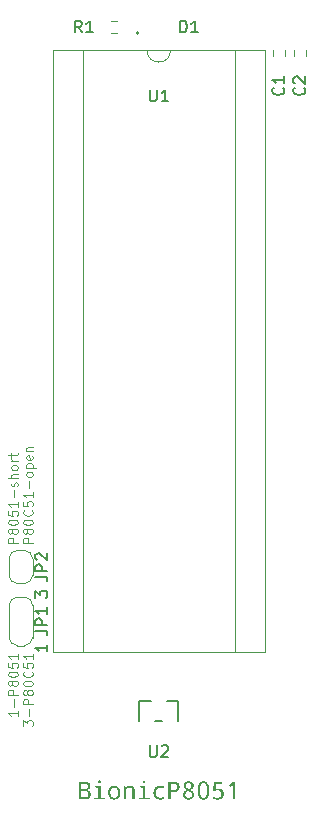
<source format=gbr>
G04 #@! TF.GenerationSoftware,KiCad,Pcbnew,7.0.11+dfsg-1build4*
G04 #@! TF.CreationDate,2024-10-25T09:29:44+09:00*
G04 #@! TF.ProjectId,bionic-p8051,62696f6e-6963-42d7-9038-3035312e6b69,3*
G04 #@! TF.SameCoordinates,Original*
G04 #@! TF.FileFunction,Legend,Top*
G04 #@! TF.FilePolarity,Positive*
%FSLAX46Y46*%
G04 Gerber Fmt 4.6, Leading zero omitted, Abs format (unit mm)*
G04 Created by KiCad (PCBNEW 7.0.11+dfsg-1build4) date 2024-10-25 09:29:44*
%MOMM*%
%LPD*%
G01*
G04 APERTURE LIST*
%ADD10C,0.100000*%
%ADD11C,0.150000*%
%ADD12C,0.120000*%
%ADD13C,0.152400*%
G04 APERTURE END LIST*
D10*
X103006895Y-129666266D02*
X103006895Y-130123409D01*
X103006895Y-129894837D02*
X102206895Y-129894837D01*
X102206895Y-129894837D02*
X102321180Y-129971028D01*
X102321180Y-129971028D02*
X102397371Y-130047218D01*
X102397371Y-130047218D02*
X102435466Y-130123409D01*
X102702133Y-129323408D02*
X102702133Y-128713885D01*
X103006895Y-128332932D02*
X102206895Y-128332932D01*
X102206895Y-128332932D02*
X102206895Y-128028170D01*
X102206895Y-128028170D02*
X102244990Y-127951980D01*
X102244990Y-127951980D02*
X102283085Y-127913885D01*
X102283085Y-127913885D02*
X102359276Y-127875789D01*
X102359276Y-127875789D02*
X102473561Y-127875789D01*
X102473561Y-127875789D02*
X102549752Y-127913885D01*
X102549752Y-127913885D02*
X102587847Y-127951980D01*
X102587847Y-127951980D02*
X102625942Y-128028170D01*
X102625942Y-128028170D02*
X102625942Y-128332932D01*
X102549752Y-127418647D02*
X102511657Y-127494837D01*
X102511657Y-127494837D02*
X102473561Y-127532932D01*
X102473561Y-127532932D02*
X102397371Y-127571028D01*
X102397371Y-127571028D02*
X102359276Y-127571028D01*
X102359276Y-127571028D02*
X102283085Y-127532932D01*
X102283085Y-127532932D02*
X102244990Y-127494837D01*
X102244990Y-127494837D02*
X102206895Y-127418647D01*
X102206895Y-127418647D02*
X102206895Y-127266266D01*
X102206895Y-127266266D02*
X102244990Y-127190075D01*
X102244990Y-127190075D02*
X102283085Y-127151980D01*
X102283085Y-127151980D02*
X102359276Y-127113885D01*
X102359276Y-127113885D02*
X102397371Y-127113885D01*
X102397371Y-127113885D02*
X102473561Y-127151980D01*
X102473561Y-127151980D02*
X102511657Y-127190075D01*
X102511657Y-127190075D02*
X102549752Y-127266266D01*
X102549752Y-127266266D02*
X102549752Y-127418647D01*
X102549752Y-127418647D02*
X102587847Y-127494837D01*
X102587847Y-127494837D02*
X102625942Y-127532932D01*
X102625942Y-127532932D02*
X102702133Y-127571028D01*
X102702133Y-127571028D02*
X102854514Y-127571028D01*
X102854514Y-127571028D02*
X102930704Y-127532932D01*
X102930704Y-127532932D02*
X102968800Y-127494837D01*
X102968800Y-127494837D02*
X103006895Y-127418647D01*
X103006895Y-127418647D02*
X103006895Y-127266266D01*
X103006895Y-127266266D02*
X102968800Y-127190075D01*
X102968800Y-127190075D02*
X102930704Y-127151980D01*
X102930704Y-127151980D02*
X102854514Y-127113885D01*
X102854514Y-127113885D02*
X102702133Y-127113885D01*
X102702133Y-127113885D02*
X102625942Y-127151980D01*
X102625942Y-127151980D02*
X102587847Y-127190075D01*
X102587847Y-127190075D02*
X102549752Y-127266266D01*
X102206895Y-126618646D02*
X102206895Y-126542456D01*
X102206895Y-126542456D02*
X102244990Y-126466265D01*
X102244990Y-126466265D02*
X102283085Y-126428170D01*
X102283085Y-126428170D02*
X102359276Y-126390075D01*
X102359276Y-126390075D02*
X102511657Y-126351980D01*
X102511657Y-126351980D02*
X102702133Y-126351980D01*
X102702133Y-126351980D02*
X102854514Y-126390075D01*
X102854514Y-126390075D02*
X102930704Y-126428170D01*
X102930704Y-126428170D02*
X102968800Y-126466265D01*
X102968800Y-126466265D02*
X103006895Y-126542456D01*
X103006895Y-126542456D02*
X103006895Y-126618646D01*
X103006895Y-126618646D02*
X102968800Y-126694837D01*
X102968800Y-126694837D02*
X102930704Y-126732932D01*
X102930704Y-126732932D02*
X102854514Y-126771027D01*
X102854514Y-126771027D02*
X102702133Y-126809123D01*
X102702133Y-126809123D02*
X102511657Y-126809123D01*
X102511657Y-126809123D02*
X102359276Y-126771027D01*
X102359276Y-126771027D02*
X102283085Y-126732932D01*
X102283085Y-126732932D02*
X102244990Y-126694837D01*
X102244990Y-126694837D02*
X102206895Y-126618646D01*
X102206895Y-125628170D02*
X102206895Y-126009122D01*
X102206895Y-126009122D02*
X102587847Y-126047218D01*
X102587847Y-126047218D02*
X102549752Y-126009122D01*
X102549752Y-126009122D02*
X102511657Y-125932932D01*
X102511657Y-125932932D02*
X102511657Y-125742456D01*
X102511657Y-125742456D02*
X102549752Y-125666265D01*
X102549752Y-125666265D02*
X102587847Y-125628170D01*
X102587847Y-125628170D02*
X102664038Y-125590075D01*
X102664038Y-125590075D02*
X102854514Y-125590075D01*
X102854514Y-125590075D02*
X102930704Y-125628170D01*
X102930704Y-125628170D02*
X102968800Y-125666265D01*
X102968800Y-125666265D02*
X103006895Y-125742456D01*
X103006895Y-125742456D02*
X103006895Y-125932932D01*
X103006895Y-125932932D02*
X102968800Y-126009122D01*
X102968800Y-126009122D02*
X102930704Y-126047218D01*
X103006895Y-124828170D02*
X103006895Y-125285313D01*
X103006895Y-125056741D02*
X102206895Y-125056741D01*
X102206895Y-125056741D02*
X102321180Y-125132932D01*
X102321180Y-125132932D02*
X102397371Y-125209122D01*
X102397371Y-125209122D02*
X102435466Y-125285313D01*
X103494895Y-130961504D02*
X103494895Y-130466266D01*
X103494895Y-130466266D02*
X103799657Y-130732932D01*
X103799657Y-130732932D02*
X103799657Y-130618647D01*
X103799657Y-130618647D02*
X103837752Y-130542456D01*
X103837752Y-130542456D02*
X103875847Y-130504361D01*
X103875847Y-130504361D02*
X103952038Y-130466266D01*
X103952038Y-130466266D02*
X104142514Y-130466266D01*
X104142514Y-130466266D02*
X104218704Y-130504361D01*
X104218704Y-130504361D02*
X104256800Y-130542456D01*
X104256800Y-130542456D02*
X104294895Y-130618647D01*
X104294895Y-130618647D02*
X104294895Y-130847218D01*
X104294895Y-130847218D02*
X104256800Y-130923409D01*
X104256800Y-130923409D02*
X104218704Y-130961504D01*
X103990133Y-130123408D02*
X103990133Y-129513885D01*
X104294895Y-129132932D02*
X103494895Y-129132932D01*
X103494895Y-129132932D02*
X103494895Y-128828170D01*
X103494895Y-128828170D02*
X103532990Y-128751980D01*
X103532990Y-128751980D02*
X103571085Y-128713885D01*
X103571085Y-128713885D02*
X103647276Y-128675789D01*
X103647276Y-128675789D02*
X103761561Y-128675789D01*
X103761561Y-128675789D02*
X103837752Y-128713885D01*
X103837752Y-128713885D02*
X103875847Y-128751980D01*
X103875847Y-128751980D02*
X103913942Y-128828170D01*
X103913942Y-128828170D02*
X103913942Y-129132932D01*
X103837752Y-128218647D02*
X103799657Y-128294837D01*
X103799657Y-128294837D02*
X103761561Y-128332932D01*
X103761561Y-128332932D02*
X103685371Y-128371028D01*
X103685371Y-128371028D02*
X103647276Y-128371028D01*
X103647276Y-128371028D02*
X103571085Y-128332932D01*
X103571085Y-128332932D02*
X103532990Y-128294837D01*
X103532990Y-128294837D02*
X103494895Y-128218647D01*
X103494895Y-128218647D02*
X103494895Y-128066266D01*
X103494895Y-128066266D02*
X103532990Y-127990075D01*
X103532990Y-127990075D02*
X103571085Y-127951980D01*
X103571085Y-127951980D02*
X103647276Y-127913885D01*
X103647276Y-127913885D02*
X103685371Y-127913885D01*
X103685371Y-127913885D02*
X103761561Y-127951980D01*
X103761561Y-127951980D02*
X103799657Y-127990075D01*
X103799657Y-127990075D02*
X103837752Y-128066266D01*
X103837752Y-128066266D02*
X103837752Y-128218647D01*
X103837752Y-128218647D02*
X103875847Y-128294837D01*
X103875847Y-128294837D02*
X103913942Y-128332932D01*
X103913942Y-128332932D02*
X103990133Y-128371028D01*
X103990133Y-128371028D02*
X104142514Y-128371028D01*
X104142514Y-128371028D02*
X104218704Y-128332932D01*
X104218704Y-128332932D02*
X104256800Y-128294837D01*
X104256800Y-128294837D02*
X104294895Y-128218647D01*
X104294895Y-128218647D02*
X104294895Y-128066266D01*
X104294895Y-128066266D02*
X104256800Y-127990075D01*
X104256800Y-127990075D02*
X104218704Y-127951980D01*
X104218704Y-127951980D02*
X104142514Y-127913885D01*
X104142514Y-127913885D02*
X103990133Y-127913885D01*
X103990133Y-127913885D02*
X103913942Y-127951980D01*
X103913942Y-127951980D02*
X103875847Y-127990075D01*
X103875847Y-127990075D02*
X103837752Y-128066266D01*
X103494895Y-127418646D02*
X103494895Y-127342456D01*
X103494895Y-127342456D02*
X103532990Y-127266265D01*
X103532990Y-127266265D02*
X103571085Y-127228170D01*
X103571085Y-127228170D02*
X103647276Y-127190075D01*
X103647276Y-127190075D02*
X103799657Y-127151980D01*
X103799657Y-127151980D02*
X103990133Y-127151980D01*
X103990133Y-127151980D02*
X104142514Y-127190075D01*
X104142514Y-127190075D02*
X104218704Y-127228170D01*
X104218704Y-127228170D02*
X104256800Y-127266265D01*
X104256800Y-127266265D02*
X104294895Y-127342456D01*
X104294895Y-127342456D02*
X104294895Y-127418646D01*
X104294895Y-127418646D02*
X104256800Y-127494837D01*
X104256800Y-127494837D02*
X104218704Y-127532932D01*
X104218704Y-127532932D02*
X104142514Y-127571027D01*
X104142514Y-127571027D02*
X103990133Y-127609123D01*
X103990133Y-127609123D02*
X103799657Y-127609123D01*
X103799657Y-127609123D02*
X103647276Y-127571027D01*
X103647276Y-127571027D02*
X103571085Y-127532932D01*
X103571085Y-127532932D02*
X103532990Y-127494837D01*
X103532990Y-127494837D02*
X103494895Y-127418646D01*
X104218704Y-126351979D02*
X104256800Y-126390075D01*
X104256800Y-126390075D02*
X104294895Y-126504360D01*
X104294895Y-126504360D02*
X104294895Y-126580551D01*
X104294895Y-126580551D02*
X104256800Y-126694837D01*
X104256800Y-126694837D02*
X104180609Y-126771027D01*
X104180609Y-126771027D02*
X104104419Y-126809122D01*
X104104419Y-126809122D02*
X103952038Y-126847218D01*
X103952038Y-126847218D02*
X103837752Y-126847218D01*
X103837752Y-126847218D02*
X103685371Y-126809122D01*
X103685371Y-126809122D02*
X103609180Y-126771027D01*
X103609180Y-126771027D02*
X103532990Y-126694837D01*
X103532990Y-126694837D02*
X103494895Y-126580551D01*
X103494895Y-126580551D02*
X103494895Y-126504360D01*
X103494895Y-126504360D02*
X103532990Y-126390075D01*
X103532990Y-126390075D02*
X103571085Y-126351979D01*
X103494895Y-125628170D02*
X103494895Y-126009122D01*
X103494895Y-126009122D02*
X103875847Y-126047218D01*
X103875847Y-126047218D02*
X103837752Y-126009122D01*
X103837752Y-126009122D02*
X103799657Y-125932932D01*
X103799657Y-125932932D02*
X103799657Y-125742456D01*
X103799657Y-125742456D02*
X103837752Y-125666265D01*
X103837752Y-125666265D02*
X103875847Y-125628170D01*
X103875847Y-125628170D02*
X103952038Y-125590075D01*
X103952038Y-125590075D02*
X104142514Y-125590075D01*
X104142514Y-125590075D02*
X104218704Y-125628170D01*
X104218704Y-125628170D02*
X104256800Y-125666265D01*
X104256800Y-125666265D02*
X104294895Y-125742456D01*
X104294895Y-125742456D02*
X104294895Y-125932932D01*
X104294895Y-125932932D02*
X104256800Y-126009122D01*
X104256800Y-126009122D02*
X104218704Y-126047218D01*
X104294895Y-124828170D02*
X104294895Y-125285313D01*
X104294895Y-125056741D02*
X103494895Y-125056741D01*
X103494895Y-125056741D02*
X103609180Y-125132932D01*
X103609180Y-125132932D02*
X103685371Y-125209122D01*
X103685371Y-125209122D02*
X103723466Y-125285313D01*
D11*
G36*
X108648645Y-135669959D02*
G01*
X108665822Y-135670222D01*
X108682697Y-135670660D01*
X108699269Y-135671274D01*
X108715538Y-135672063D01*
X108731504Y-135673027D01*
X108747168Y-135674167D01*
X108762529Y-135675481D01*
X108777588Y-135676972D01*
X108792344Y-135678637D01*
X108820947Y-135682494D01*
X108848340Y-135687052D01*
X108874522Y-135692311D01*
X108899494Y-135698272D01*
X108923255Y-135704934D01*
X108945805Y-135712297D01*
X108967144Y-135720361D01*
X108987272Y-135729127D01*
X109006190Y-135738593D01*
X109023897Y-135748761D01*
X109040394Y-135759631D01*
X109055833Y-135771236D01*
X109070275Y-135783702D01*
X109083722Y-135797030D01*
X109096173Y-135811219D01*
X109107627Y-135826270D01*
X109118086Y-135842183D01*
X109127548Y-135858957D01*
X109136015Y-135876592D01*
X109143485Y-135895090D01*
X109149960Y-135914448D01*
X109155438Y-135934668D01*
X109159920Y-135955750D01*
X109163406Y-135977693D01*
X109165896Y-136000498D01*
X109167391Y-136024164D01*
X109167889Y-136048692D01*
X109167572Y-136064915D01*
X109166623Y-136080795D01*
X109165042Y-136096331D01*
X109162828Y-136111524D01*
X109159982Y-136126373D01*
X109156503Y-136140879D01*
X109152391Y-136155041D01*
X109145038Y-136175640D01*
X109136261Y-136195467D01*
X109126061Y-136214521D01*
X109114438Y-136232802D01*
X109101392Y-136250310D01*
X109091903Y-136261553D01*
X109086922Y-136267045D01*
X109076578Y-136277631D01*
X109065787Y-136287682D01*
X109054550Y-136297197D01*
X109042867Y-136306177D01*
X109030737Y-136314622D01*
X109018160Y-136322532D01*
X109005137Y-136329907D01*
X108991667Y-136336746D01*
X108977751Y-136343050D01*
X108963389Y-136348819D01*
X108948579Y-136354052D01*
X108933324Y-136358751D01*
X108917622Y-136362914D01*
X108901473Y-136366542D01*
X108884878Y-136369634D01*
X108867836Y-136372192D01*
X108867836Y-136382450D01*
X108888889Y-136386165D01*
X108909273Y-136390350D01*
X108928988Y-136395004D01*
X108948036Y-136400127D01*
X108966415Y-136405720D01*
X108984125Y-136411782D01*
X109001168Y-136418314D01*
X109017542Y-136425315D01*
X109033248Y-136432785D01*
X109048285Y-136440725D01*
X109062654Y-136449134D01*
X109076355Y-136458013D01*
X109089387Y-136467361D01*
X109101751Y-136477178D01*
X109113447Y-136487465D01*
X109124474Y-136498221D01*
X109134833Y-136509447D01*
X109144524Y-136521142D01*
X109153547Y-136533306D01*
X109161901Y-136545940D01*
X109169587Y-136559043D01*
X109176604Y-136572616D01*
X109182953Y-136586658D01*
X109188634Y-136601169D01*
X109193646Y-136616150D01*
X109197991Y-136631601D01*
X109201666Y-136647520D01*
X109204674Y-136663909D01*
X109207013Y-136680768D01*
X109208684Y-136698096D01*
X109209686Y-136715893D01*
X109210020Y-136734160D01*
X109209507Y-136759281D01*
X109207965Y-136783722D01*
X109205397Y-136807481D01*
X109201800Y-136830559D01*
X109197176Y-136852956D01*
X109191525Y-136874672D01*
X109184846Y-136895706D01*
X109177139Y-136916060D01*
X109168405Y-136935732D01*
X109158644Y-136954722D01*
X109147854Y-136973032D01*
X109136038Y-136990660D01*
X109123194Y-137007608D01*
X109109322Y-137023874D01*
X109094422Y-137039458D01*
X109078496Y-137054362D01*
X109061727Y-137068426D01*
X109044212Y-137081582D01*
X109025950Y-137093831D01*
X109006940Y-137105172D01*
X108987184Y-137115606D01*
X108966680Y-137125133D01*
X108945430Y-137133753D01*
X108923432Y-137141465D01*
X108900687Y-137148270D01*
X108877196Y-137154168D01*
X108852957Y-137159158D01*
X108827971Y-137163241D01*
X108802238Y-137166417D01*
X108775759Y-137168685D01*
X108748532Y-137170046D01*
X108720558Y-137170500D01*
X108177606Y-137170500D01*
X108177606Y-136466714D01*
X108370314Y-136466714D01*
X108370314Y-137006735D01*
X108686486Y-137006735D01*
X108706208Y-137006461D01*
X108725305Y-137005640D01*
X108743775Y-137004271D01*
X108761619Y-137002355D01*
X108778837Y-136999892D01*
X108795429Y-136996881D01*
X108811395Y-136993323D01*
X108826735Y-136989218D01*
X108841448Y-136984565D01*
X108855536Y-136979365D01*
X108881832Y-136967322D01*
X108905625Y-136953089D01*
X108926912Y-136936668D01*
X108945696Y-136918056D01*
X108961975Y-136897255D01*
X108975749Y-136874264D01*
X108987019Y-136849084D01*
X108995785Y-136821714D01*
X108999228Y-136807207D01*
X109002046Y-136792154D01*
X109004237Y-136776553D01*
X109005802Y-136760405D01*
X109006742Y-136743709D01*
X109007055Y-136726466D01*
X109006729Y-136710485D01*
X109005751Y-136695012D01*
X109004121Y-136680045D01*
X108998906Y-136651635D01*
X108991084Y-136625254D01*
X108980654Y-136600902D01*
X108967616Y-136578580D01*
X108951972Y-136558287D01*
X108933719Y-136540023D01*
X108912859Y-136523788D01*
X108889392Y-136509583D01*
X108863317Y-136497407D01*
X108849302Y-136492080D01*
X108834635Y-136487261D01*
X108819316Y-136482948D01*
X108803345Y-136479143D01*
X108786722Y-136475846D01*
X108769448Y-136473055D01*
X108751521Y-136470772D01*
X108732943Y-136468997D01*
X108713713Y-136467728D01*
X108693831Y-136466967D01*
X108673297Y-136466714D01*
X108370314Y-136466714D01*
X108177606Y-136466714D01*
X108177606Y-135833636D01*
X108370314Y-135833636D01*
X108370314Y-136302949D01*
X108662672Y-136302949D01*
X108682436Y-136302730D01*
X108701518Y-136302073D01*
X108719919Y-136300978D01*
X108737640Y-136299446D01*
X108754678Y-136297475D01*
X108771036Y-136295066D01*
X108786712Y-136292220D01*
X108801707Y-136288935D01*
X108816021Y-136285213D01*
X108836215Y-136278809D01*
X108854876Y-136271419D01*
X108872004Y-136263043D01*
X108887600Y-136253683D01*
X108897145Y-136246895D01*
X108910305Y-136235741D01*
X108922171Y-136223299D01*
X108932742Y-136209569D01*
X108942019Y-136194551D01*
X108950002Y-136178245D01*
X108956690Y-136160651D01*
X108962083Y-136141769D01*
X108966182Y-136121599D01*
X108968987Y-136100141D01*
X108970137Y-136085120D01*
X108970713Y-136069526D01*
X108970785Y-136061515D01*
X108970477Y-136046535D01*
X108968862Y-136025081D01*
X108965862Y-136004843D01*
X108961477Y-135985822D01*
X108955708Y-135968019D01*
X108948554Y-135951433D01*
X108940016Y-135936064D01*
X108930093Y-135921912D01*
X108918785Y-135908977D01*
X108906093Y-135897260D01*
X108892016Y-135886759D01*
X108876436Y-135877265D01*
X108859232Y-135868706D01*
X108840406Y-135861080D01*
X108819957Y-135854387D01*
X108805423Y-135850445D01*
X108790167Y-135846917D01*
X108774190Y-135843804D01*
X108757492Y-135841107D01*
X108740072Y-135838824D01*
X108721932Y-135836956D01*
X108703070Y-135835504D01*
X108683486Y-135834466D01*
X108663182Y-135833844D01*
X108642156Y-135833636D01*
X108370314Y-135833636D01*
X108177606Y-135833636D01*
X108177606Y-135669871D01*
X108631165Y-135669871D01*
X108648645Y-135669959D01*
G37*
G36*
X109950809Y-135576082D02*
G01*
X109970320Y-135577109D01*
X109987912Y-135580191D01*
X110003585Y-135585327D01*
X110017338Y-135592517D01*
X110029173Y-135601762D01*
X110039088Y-135613061D01*
X110047085Y-135626414D01*
X110053162Y-135641822D01*
X110057320Y-135659284D01*
X110059559Y-135678800D01*
X110059986Y-135692952D01*
X110059189Y-135710766D01*
X110056801Y-135727113D01*
X110052821Y-135741993D01*
X110045943Y-135757913D01*
X110036773Y-135771720D01*
X110027379Y-135781613D01*
X110014864Y-135791449D01*
X110001499Y-135799250D01*
X109987284Y-135805015D01*
X109972218Y-135808746D01*
X109956303Y-135810442D01*
X109950809Y-135810555D01*
X109931102Y-135809522D01*
X109913333Y-135806421D01*
X109897502Y-135801253D01*
X109883610Y-135794017D01*
X109871656Y-135784715D01*
X109861641Y-135773345D01*
X109853564Y-135759908D01*
X109847426Y-135744404D01*
X109843226Y-135726832D01*
X109840964Y-135707193D01*
X109840533Y-135692952D01*
X109841503Y-135672066D01*
X109844410Y-135653235D01*
X109849256Y-135636458D01*
X109856041Y-135621735D01*
X109864764Y-135609066D01*
X109875425Y-135598452D01*
X109888025Y-135589892D01*
X109902563Y-135583387D01*
X109919040Y-135578935D01*
X109937455Y-135576539D01*
X109950809Y-135576082D01*
G37*
G36*
X109856287Y-136192307D02*
G01*
X109578949Y-136170691D01*
X109578949Y-136045028D01*
X110043499Y-136045028D01*
X110043499Y-137023221D01*
X110406200Y-137043737D01*
X110406200Y-137170500D01*
X109501646Y-137170500D01*
X109501646Y-137043737D01*
X109856287Y-137023221D01*
X109856287Y-136192307D01*
G37*
G36*
X111221638Y-136022205D02*
G01*
X111248757Y-136024077D01*
X111275242Y-136027197D01*
X111301090Y-136031565D01*
X111326304Y-136037180D01*
X111350882Y-136044044D01*
X111374824Y-136052155D01*
X111398131Y-136061515D01*
X111420803Y-136072122D01*
X111442839Y-136083978D01*
X111464240Y-136097081D01*
X111485005Y-136111432D01*
X111505135Y-136127031D01*
X111524630Y-136143878D01*
X111543489Y-136161973D01*
X111561713Y-136181316D01*
X111579059Y-136201692D01*
X111595287Y-136222887D01*
X111610395Y-136244900D01*
X111624384Y-136267732D01*
X111637254Y-136291383D01*
X111649005Y-136315852D01*
X111659636Y-136341140D01*
X111669149Y-136367246D01*
X111677542Y-136394171D01*
X111684817Y-136421914D01*
X111690972Y-136450476D01*
X111693630Y-136465064D01*
X111696008Y-136479857D01*
X111698106Y-136494854D01*
X111699925Y-136510056D01*
X111701464Y-136525463D01*
X111702723Y-136541074D01*
X111703702Y-136556890D01*
X111704402Y-136572911D01*
X111704821Y-136589136D01*
X111704961Y-136605566D01*
X111704823Y-136622534D01*
X111704409Y-136639277D01*
X111703718Y-136655793D01*
X111702751Y-136672084D01*
X111701509Y-136688148D01*
X111699989Y-136703986D01*
X111698194Y-136719598D01*
X111696123Y-136734984D01*
X111693775Y-136750144D01*
X111691151Y-136765077D01*
X111688251Y-136779785D01*
X111685074Y-136794266D01*
X111681622Y-136808522D01*
X111673888Y-136836354D01*
X111665050Y-136863282D01*
X111655106Y-136889305D01*
X111644058Y-136914424D01*
X111631905Y-136938638D01*
X111618647Y-136961948D01*
X111604285Y-136984354D01*
X111588817Y-137005855D01*
X111572245Y-137026451D01*
X111563545Y-137036410D01*
X111545547Y-137055487D01*
X111526816Y-137073333D01*
X111507353Y-137089948D01*
X111487158Y-137105332D01*
X111466229Y-137119486D01*
X111444568Y-137132409D01*
X111422174Y-137144101D01*
X111399047Y-137154563D01*
X111375187Y-137163793D01*
X111350595Y-137171793D01*
X111325270Y-137178562D01*
X111299213Y-137184101D01*
X111272422Y-137188408D01*
X111244899Y-137191485D01*
X111216643Y-137193331D01*
X111187655Y-137193947D01*
X111160119Y-137193321D01*
X111133198Y-137191445D01*
X111106893Y-137188318D01*
X111081203Y-137183940D01*
X111056129Y-137178312D01*
X111031669Y-137171433D01*
X111007826Y-137163302D01*
X110984597Y-137153922D01*
X110961984Y-137143290D01*
X110939987Y-137131407D01*
X110918605Y-137118274D01*
X110897838Y-137103890D01*
X110877686Y-137088255D01*
X110858150Y-137071369D01*
X110839229Y-137053233D01*
X110820924Y-137033846D01*
X110803533Y-137013368D01*
X110787264Y-136992051D01*
X110772118Y-136969896D01*
X110758093Y-136946903D01*
X110745190Y-136923071D01*
X110733409Y-136898400D01*
X110722750Y-136872890D01*
X110713213Y-136846542D01*
X110704798Y-136819355D01*
X110697505Y-136791330D01*
X110694279Y-136777002D01*
X110691334Y-136762466D01*
X110688669Y-136747719D01*
X110686285Y-136732763D01*
X110684182Y-136717597D01*
X110682358Y-136702222D01*
X110680816Y-136686636D01*
X110679553Y-136670842D01*
X110678572Y-136654837D01*
X110677870Y-136638623D01*
X110677450Y-136622199D01*
X110677309Y-136605566D01*
X110871116Y-136605566D01*
X110871429Y-136632186D01*
X110872368Y-136657960D01*
X110873934Y-136682890D01*
X110876125Y-136706974D01*
X110878942Y-136730214D01*
X110882386Y-136752608D01*
X110886456Y-136774157D01*
X110891152Y-136794862D01*
X110896474Y-136814721D01*
X110902422Y-136833735D01*
X110908996Y-136851904D01*
X110916196Y-136869228D01*
X110924022Y-136885707D01*
X110932475Y-136901341D01*
X110941554Y-136916129D01*
X110951258Y-136930073D01*
X110961589Y-136943172D01*
X110972546Y-136955425D01*
X110984129Y-136966834D01*
X110996338Y-136977397D01*
X111009173Y-136987115D01*
X111022635Y-136995988D01*
X111036722Y-137004017D01*
X111051436Y-137011200D01*
X111066776Y-137017538D01*
X111082741Y-137023031D01*
X111099333Y-137027679D01*
X111116551Y-137031481D01*
X111134396Y-137034439D01*
X111152866Y-137036552D01*
X111171962Y-137037819D01*
X111191685Y-137038242D01*
X111211340Y-137037819D01*
X111230371Y-137036552D01*
X111248777Y-137034439D01*
X111266560Y-137031481D01*
X111283719Y-137027679D01*
X111300255Y-137023031D01*
X111316166Y-137017538D01*
X111331453Y-137011200D01*
X111346116Y-137004017D01*
X111360155Y-136995988D01*
X111373570Y-136987115D01*
X111386362Y-136977397D01*
X111398529Y-136966834D01*
X111410072Y-136955425D01*
X111420992Y-136943172D01*
X111431287Y-136930073D01*
X111440958Y-136916129D01*
X111450006Y-136901341D01*
X111458429Y-136885707D01*
X111466229Y-136869228D01*
X111473405Y-136851904D01*
X111479956Y-136833735D01*
X111485884Y-136814721D01*
X111491188Y-136794862D01*
X111495867Y-136774157D01*
X111499923Y-136752608D01*
X111503355Y-136730214D01*
X111506163Y-136706974D01*
X111508347Y-136682890D01*
X111509906Y-136657960D01*
X111510842Y-136632186D01*
X111511154Y-136605566D01*
X111510840Y-136579217D01*
X111509898Y-136553704D01*
X111508327Y-136529028D01*
X111506128Y-136505188D01*
X111503301Y-136482184D01*
X111499846Y-136460018D01*
X111495762Y-136438687D01*
X111491050Y-136418193D01*
X111485710Y-136398536D01*
X111479742Y-136379715D01*
X111473145Y-136361731D01*
X111465920Y-136344583D01*
X111458067Y-136328271D01*
X111449585Y-136312796D01*
X111440475Y-136298158D01*
X111430737Y-136284356D01*
X111420371Y-136271390D01*
X111409377Y-136259261D01*
X111397754Y-136247969D01*
X111385503Y-136237513D01*
X111372624Y-136227893D01*
X111359116Y-136219110D01*
X111344980Y-136211164D01*
X111330216Y-136204053D01*
X111314824Y-136197780D01*
X111298803Y-136192343D01*
X111282155Y-136187742D01*
X111264877Y-136183978D01*
X111246972Y-136181050D01*
X111228439Y-136178959D01*
X111209277Y-136177704D01*
X111189487Y-136177286D01*
X111169899Y-136177704D01*
X111150934Y-136178959D01*
X111132590Y-136181050D01*
X111114868Y-136183978D01*
X111097769Y-136187742D01*
X111081290Y-136192343D01*
X111065434Y-136197780D01*
X111050199Y-136204053D01*
X111035587Y-136211164D01*
X111021596Y-136219110D01*
X111008227Y-136227893D01*
X110995480Y-136237513D01*
X110983354Y-136247969D01*
X110971850Y-136259261D01*
X110960969Y-136271390D01*
X110950709Y-136284356D01*
X110941071Y-136298158D01*
X110932054Y-136312796D01*
X110923660Y-136328271D01*
X110915887Y-136344583D01*
X110908736Y-136361731D01*
X110902207Y-136379715D01*
X110896300Y-136398536D01*
X110891014Y-136418193D01*
X110886351Y-136438687D01*
X110882309Y-136460018D01*
X110878889Y-136482184D01*
X110876091Y-136505188D01*
X110873914Y-136529028D01*
X110872360Y-136553704D01*
X110871427Y-136579217D01*
X110871116Y-136605566D01*
X110677309Y-136605566D01*
X110677446Y-136588756D01*
X110677855Y-136572169D01*
X110678536Y-136555806D01*
X110679490Y-136539666D01*
X110680717Y-136523749D01*
X110682217Y-136508056D01*
X110683989Y-136492585D01*
X110686033Y-136477338D01*
X110688351Y-136462315D01*
X110690941Y-136447514D01*
X110693803Y-136432937D01*
X110696938Y-136418583D01*
X110704027Y-136390544D01*
X110712206Y-136363399D01*
X110721475Y-136337147D01*
X110731835Y-136311787D01*
X110743285Y-136287321D01*
X110755826Y-136263748D01*
X110769457Y-136241068D01*
X110784179Y-136219280D01*
X110799991Y-136198386D01*
X110816894Y-136178385D01*
X110834724Y-136159397D01*
X110853319Y-136141634D01*
X110872677Y-136125096D01*
X110892800Y-136109783D01*
X110913687Y-136095695D01*
X110935339Y-136082833D01*
X110957754Y-136071195D01*
X110980934Y-136060782D01*
X111004878Y-136051594D01*
X111029586Y-136043632D01*
X111055058Y-136036894D01*
X111081295Y-136031381D01*
X111108295Y-136027094D01*
X111136060Y-136024031D01*
X111164590Y-136022194D01*
X111193883Y-136021581D01*
X111221638Y-136022205D01*
G37*
G36*
X112733346Y-137170500D02*
G01*
X112733346Y-136444366D01*
X112733106Y-136427934D01*
X112732388Y-136412024D01*
X112731191Y-136396635D01*
X112729516Y-136381769D01*
X112724729Y-136353600D01*
X112718027Y-136327518D01*
X112709410Y-136303523D01*
X112698879Y-136281614D01*
X112686432Y-136261792D01*
X112672071Y-136244056D01*
X112655795Y-136228407D01*
X112637604Y-136214844D01*
X112617499Y-136203368D01*
X112595478Y-136193978D01*
X112571543Y-136186675D01*
X112545693Y-136181459D01*
X112517928Y-136178329D01*
X112488248Y-136177286D01*
X112468773Y-136177685D01*
X112449917Y-136178883D01*
X112431679Y-136180879D01*
X112414059Y-136183674D01*
X112397058Y-136187268D01*
X112380674Y-136191660D01*
X112364909Y-136196851D01*
X112349762Y-136202840D01*
X112335234Y-136209628D01*
X112321323Y-136217214D01*
X112308031Y-136225599D01*
X112295357Y-136234782D01*
X112283301Y-136244764D01*
X112271864Y-136255545D01*
X112261045Y-136267124D01*
X112250844Y-136279502D01*
X112241261Y-136292678D01*
X112232297Y-136306653D01*
X112223950Y-136321426D01*
X112216222Y-136336998D01*
X112209113Y-136353368D01*
X112202621Y-136370537D01*
X112196748Y-136388505D01*
X112191493Y-136407271D01*
X112186856Y-136426836D01*
X112182838Y-136447199D01*
X112179437Y-136468361D01*
X112176655Y-136490321D01*
X112174491Y-136513080D01*
X112172946Y-136536638D01*
X112172018Y-136560994D01*
X112171709Y-136586148D01*
X112171709Y-137170500D01*
X111984131Y-137170500D01*
X111984131Y-136045028D01*
X112135439Y-136045028D01*
X112163283Y-136194871D01*
X112173541Y-136194871D01*
X112187346Y-136173887D01*
X112202198Y-136154257D01*
X112218097Y-136135980D01*
X112235044Y-136119057D01*
X112253039Y-136103488D01*
X112272082Y-136089273D01*
X112292171Y-136076411D01*
X112313309Y-136064904D01*
X112335494Y-136054750D01*
X112358727Y-136045950D01*
X112383007Y-136038504D01*
X112408335Y-136032412D01*
X112434710Y-136027673D01*
X112462133Y-136024289D01*
X112490604Y-136022258D01*
X112520122Y-136021581D01*
X112544780Y-136021984D01*
X112568656Y-136023191D01*
X112591749Y-136025204D01*
X112614060Y-136028021D01*
X112635587Y-136031644D01*
X112656332Y-136036071D01*
X112676294Y-136041304D01*
X112695473Y-136047341D01*
X112713869Y-136054184D01*
X112731482Y-136061831D01*
X112748313Y-136070284D01*
X112764361Y-136079541D01*
X112779626Y-136089604D01*
X112794108Y-136100471D01*
X112807807Y-136112144D01*
X112820724Y-136124621D01*
X112832857Y-136137904D01*
X112844208Y-136151991D01*
X112854776Y-136166884D01*
X112864561Y-136182581D01*
X112873564Y-136199084D01*
X112881783Y-136216391D01*
X112889220Y-136234504D01*
X112895874Y-136253421D01*
X112901745Y-136273144D01*
X112906833Y-136293671D01*
X112911139Y-136315004D01*
X112914662Y-136337141D01*
X112917401Y-136360083D01*
X112919359Y-136383831D01*
X112920533Y-136408383D01*
X112920924Y-136433741D01*
X112920924Y-137170500D01*
X112733346Y-137170500D01*
G37*
G36*
X113731688Y-135576082D02*
G01*
X113751199Y-135577109D01*
X113768791Y-135580191D01*
X113784464Y-135585327D01*
X113798218Y-135592517D01*
X113810052Y-135601762D01*
X113819968Y-135613061D01*
X113827964Y-135626414D01*
X113834041Y-135641822D01*
X113838199Y-135659284D01*
X113840438Y-135678800D01*
X113840865Y-135692952D01*
X113840069Y-135710766D01*
X113837681Y-135727113D01*
X113833700Y-135741993D01*
X113826822Y-135757913D01*
X113817652Y-135771720D01*
X113808258Y-135781613D01*
X113795743Y-135791449D01*
X113782378Y-135799250D01*
X113768163Y-135805015D01*
X113753098Y-135808746D01*
X113737182Y-135810442D01*
X113731688Y-135810555D01*
X113711981Y-135809522D01*
X113694212Y-135806421D01*
X113678381Y-135801253D01*
X113664489Y-135794017D01*
X113652535Y-135784715D01*
X113642520Y-135773345D01*
X113634443Y-135759908D01*
X113628305Y-135744404D01*
X113624105Y-135726832D01*
X113621843Y-135707193D01*
X113621413Y-135692952D01*
X113622382Y-135672066D01*
X113625290Y-135653235D01*
X113630136Y-135636458D01*
X113636920Y-135621735D01*
X113645643Y-135609066D01*
X113656305Y-135598452D01*
X113668904Y-135589892D01*
X113683443Y-135583387D01*
X113699919Y-135578935D01*
X113718335Y-135576539D01*
X113731688Y-135576082D01*
G37*
G36*
X113637166Y-136192307D02*
G01*
X113359829Y-136170691D01*
X113359829Y-136045028D01*
X113824378Y-136045028D01*
X113824378Y-137023221D01*
X114187079Y-137043737D01*
X114187079Y-137170500D01*
X113282526Y-137170500D01*
X113282526Y-137043737D01*
X113637166Y-137023221D01*
X113637166Y-136192307D01*
G37*
G36*
X115433084Y-136082398D02*
G01*
X115369337Y-136245063D01*
X115350140Y-136237832D01*
X115331200Y-136231067D01*
X115312519Y-136224769D01*
X115294094Y-136218937D01*
X115275928Y-136213572D01*
X115258019Y-136208673D01*
X115240368Y-136204241D01*
X115222974Y-136200275D01*
X115205838Y-136196776D01*
X115188959Y-136193744D01*
X115172338Y-136191178D01*
X115155975Y-136189078D01*
X115139869Y-136187445D01*
X115124021Y-136186279D01*
X115108431Y-136185579D01*
X115093098Y-136185346D01*
X115069589Y-136185762D01*
X115046826Y-136187010D01*
X115024809Y-136189091D01*
X115003539Y-136192004D01*
X114983015Y-136195748D01*
X114963238Y-136200325D01*
X114944206Y-136205735D01*
X114925921Y-136211976D01*
X114908383Y-136219050D01*
X114891590Y-136226956D01*
X114875544Y-136235694D01*
X114860245Y-136245264D01*
X114845691Y-136255666D01*
X114831884Y-136266901D01*
X114818824Y-136278967D01*
X114806509Y-136291866D01*
X114794941Y-136305598D01*
X114784120Y-136320161D01*
X114774044Y-136335556D01*
X114764715Y-136351784D01*
X114756133Y-136368844D01*
X114748296Y-136386736D01*
X114741206Y-136405460D01*
X114734862Y-136425017D01*
X114729265Y-136445406D01*
X114724414Y-136466626D01*
X114720309Y-136488679D01*
X114716951Y-136511565D01*
X114714338Y-136535282D01*
X114712473Y-136559832D01*
X114711353Y-136585214D01*
X114710980Y-136611428D01*
X114711343Y-136637191D01*
X114712433Y-136662136D01*
X114714248Y-136686264D01*
X114716790Y-136709573D01*
X114720059Y-136732065D01*
X114724053Y-136753739D01*
X114728774Y-136774595D01*
X114734221Y-136794633D01*
X114740395Y-136813853D01*
X114747294Y-136832255D01*
X114754920Y-136849840D01*
X114763273Y-136866606D01*
X114772351Y-136882555D01*
X114782156Y-136897685D01*
X114792687Y-136911998D01*
X114803945Y-136925493D01*
X114815929Y-136938171D01*
X114828639Y-136950030D01*
X114842075Y-136961071D01*
X114856238Y-136971295D01*
X114871127Y-136980700D01*
X114886742Y-136989288D01*
X114903083Y-136997058D01*
X114920151Y-137004010D01*
X114937945Y-137010144D01*
X114956465Y-137015460D01*
X114975712Y-137019958D01*
X114995685Y-137023639D01*
X115016384Y-137026502D01*
X115037810Y-137028546D01*
X115059962Y-137029773D01*
X115082840Y-137030182D01*
X115103109Y-137029933D01*
X115123432Y-137029186D01*
X115143809Y-137027941D01*
X115164241Y-137026198D01*
X115184728Y-137023957D01*
X115205268Y-137021218D01*
X115225863Y-137017980D01*
X115246513Y-137014245D01*
X115267217Y-137010012D01*
X115287975Y-137005281D01*
X115308788Y-137000051D01*
X115329655Y-136994324D01*
X115350576Y-136988099D01*
X115371552Y-136981375D01*
X115392582Y-136974154D01*
X115413667Y-136966435D01*
X115413667Y-137131299D01*
X115396157Y-137138885D01*
X115378158Y-137145982D01*
X115359669Y-137152589D01*
X115340691Y-137158707D01*
X115321224Y-137164336D01*
X115301267Y-137169475D01*
X115280821Y-137174125D01*
X115259885Y-137178285D01*
X115238460Y-137181956D01*
X115216545Y-137185137D01*
X115194141Y-137187829D01*
X115171248Y-137190031D01*
X115147865Y-137191744D01*
X115123993Y-137192968D01*
X115099631Y-137193702D01*
X115074780Y-137193947D01*
X115058340Y-137193800D01*
X115042132Y-137193361D01*
X115026154Y-137192630D01*
X115010408Y-137191606D01*
X114994893Y-137190289D01*
X114979609Y-137188679D01*
X114964557Y-137186777D01*
X114949735Y-137184582D01*
X114935144Y-137182094D01*
X114906657Y-137176241D01*
X114879094Y-137169217D01*
X114852455Y-137161022D01*
X114826741Y-137151657D01*
X114801951Y-137141121D01*
X114778086Y-137129415D01*
X114755145Y-137116538D01*
X114733129Y-137102490D01*
X114712037Y-137087271D01*
X114691870Y-137070882D01*
X114672627Y-137053323D01*
X114663353Y-137044104D01*
X114645651Y-137024864D01*
X114629092Y-137004605D01*
X114613674Y-136983327D01*
X114599399Y-136961031D01*
X114586266Y-136937715D01*
X114574275Y-136913380D01*
X114563425Y-136888027D01*
X114553718Y-136861654D01*
X114545153Y-136834263D01*
X114537730Y-136805853D01*
X114534446Y-136791265D01*
X114531449Y-136776423D01*
X114528736Y-136761326D01*
X114526309Y-136745975D01*
X114524168Y-136730369D01*
X114522312Y-136714508D01*
X114520742Y-136698392D01*
X114519457Y-136682021D01*
X114518458Y-136665396D01*
X114517744Y-136648516D01*
X114517316Y-136631382D01*
X114517173Y-136613992D01*
X114517319Y-136596038D01*
X114517757Y-136578353D01*
X114518487Y-136560938D01*
X114519509Y-136543793D01*
X114520823Y-136526918D01*
X114522428Y-136510313D01*
X114524326Y-136493977D01*
X114526516Y-136477911D01*
X114528997Y-136462115D01*
X114531771Y-136446588D01*
X114534836Y-136431331D01*
X114538193Y-136416344D01*
X114541843Y-136401627D01*
X114545784Y-136387180D01*
X114550017Y-136373002D01*
X114559360Y-136345456D01*
X114569870Y-136318989D01*
X114581547Y-136293601D01*
X114594393Y-136269292D01*
X114608407Y-136246063D01*
X114623588Y-136223912D01*
X114639937Y-136202840D01*
X114657454Y-136182848D01*
X114666650Y-136173256D01*
X114685808Y-136154889D01*
X114705914Y-136137707D01*
X114726967Y-136121710D01*
X114748967Y-136106898D01*
X114771915Y-136093271D01*
X114795810Y-136080829D01*
X114820653Y-136069572D01*
X114846443Y-136059500D01*
X114873181Y-136050613D01*
X114900865Y-136042910D01*
X114929498Y-136036393D01*
X114944169Y-136033579D01*
X114959077Y-136031061D01*
X114974222Y-136028839D01*
X114989604Y-136026913D01*
X115005223Y-136025284D01*
X115021079Y-136023951D01*
X115037171Y-136022914D01*
X115053501Y-136022174D01*
X115070067Y-136021729D01*
X115086870Y-136021581D01*
X115109732Y-136021819D01*
X115132431Y-136022531D01*
X115154966Y-136023719D01*
X115177339Y-136025382D01*
X115199548Y-136027520D01*
X115221594Y-136030133D01*
X115243478Y-136033222D01*
X115265198Y-136036785D01*
X115286754Y-136040824D01*
X115308148Y-136045338D01*
X115329379Y-136050326D01*
X115350446Y-136055790D01*
X115371350Y-136061730D01*
X115392091Y-136068144D01*
X115412669Y-136075033D01*
X115433084Y-136082398D01*
G37*
G36*
X116230279Y-135670299D02*
G01*
X116261837Y-135671583D01*
X116292361Y-135673723D01*
X116321849Y-135676718D01*
X116350303Y-135680569D01*
X116377723Y-135685276D01*
X116404107Y-135690839D01*
X116429457Y-135697257D01*
X116453773Y-135704532D01*
X116477053Y-135712662D01*
X116499299Y-135721648D01*
X116520510Y-135731489D01*
X116540687Y-135742187D01*
X116559829Y-135753740D01*
X116577936Y-135766149D01*
X116595008Y-135779414D01*
X116611046Y-135793535D01*
X116626049Y-135808512D01*
X116640017Y-135824344D01*
X116652951Y-135841032D01*
X116664850Y-135858576D01*
X116675714Y-135876976D01*
X116685544Y-135896232D01*
X116694339Y-135916343D01*
X116702099Y-135937310D01*
X116708824Y-135959133D01*
X116714515Y-135981812D01*
X116719171Y-136005347D01*
X116722793Y-136029737D01*
X116725380Y-136054983D01*
X116726932Y-136081085D01*
X116727449Y-136108043D01*
X116726891Y-136135686D01*
X116725216Y-136162563D01*
X116722426Y-136188672D01*
X116718519Y-136214014D01*
X116713496Y-136238589D01*
X116707356Y-136262397D01*
X116700100Y-136285438D01*
X116691728Y-136307712D01*
X116682240Y-136329218D01*
X116671636Y-136349958D01*
X116659915Y-136369931D01*
X116647078Y-136389136D01*
X116633124Y-136407575D01*
X116618055Y-136425246D01*
X116601869Y-136442150D01*
X116584567Y-136458287D01*
X116566246Y-136473504D01*
X116546911Y-136487740D01*
X116526564Y-136500993D01*
X116505203Y-136513265D01*
X116482829Y-136524555D01*
X116459442Y-136534863D01*
X116435042Y-136544190D01*
X116409628Y-136552535D01*
X116383201Y-136559898D01*
X116355761Y-136566279D01*
X116327308Y-136571679D01*
X116312701Y-136574010D01*
X116297841Y-136576096D01*
X116282728Y-136577937D01*
X116267361Y-136579532D01*
X116251741Y-136580882D01*
X116235868Y-136581987D01*
X116219742Y-136582846D01*
X116203362Y-136583459D01*
X116186729Y-136583828D01*
X116169842Y-136583950D01*
X115973105Y-136583950D01*
X115973105Y-137170500D01*
X115781496Y-137170500D01*
X115781496Y-135833636D01*
X115973105Y-135833636D01*
X115973105Y-136420185D01*
X116148227Y-136420185D01*
X116173281Y-136419899D01*
X116197429Y-136419041D01*
X116220668Y-136417609D01*
X116243001Y-136415606D01*
X116264426Y-136413030D01*
X116284944Y-136409881D01*
X116304554Y-136406161D01*
X116323258Y-136401867D01*
X116341053Y-136397001D01*
X116357942Y-136391563D01*
X116373923Y-136385553D01*
X116388997Y-136378969D01*
X116403164Y-136371814D01*
X116416423Y-136364086D01*
X116428775Y-136355786D01*
X116440219Y-136346913D01*
X116455998Y-136332446D01*
X116470225Y-136316524D01*
X116482900Y-136299147D01*
X116494023Y-136280314D01*
X116500576Y-136266951D01*
X116506440Y-136252940D01*
X116511613Y-136238283D01*
X116516097Y-136222978D01*
X116519891Y-136207027D01*
X116522995Y-136190429D01*
X116525409Y-136173184D01*
X116527134Y-136155293D01*
X116528168Y-136136754D01*
X116528513Y-136117569D01*
X116528173Y-136100100D01*
X116527152Y-136083186D01*
X116525451Y-136066827D01*
X116523069Y-136051022D01*
X116520007Y-136035772D01*
X116516264Y-136021076D01*
X116511841Y-136006935D01*
X116500953Y-135980316D01*
X116487343Y-135955916D01*
X116471011Y-135933734D01*
X116451958Y-135913770D01*
X116430182Y-135896024D01*
X116405684Y-135880496D01*
X116392415Y-135873564D01*
X116378464Y-135867187D01*
X116363834Y-135861364D01*
X116348523Y-135856096D01*
X116332531Y-135851382D01*
X116315859Y-135847223D01*
X116298506Y-135843618D01*
X116280473Y-135840568D01*
X116261760Y-135838073D01*
X116242366Y-135836132D01*
X116222291Y-135834745D01*
X116201536Y-135833914D01*
X116180101Y-135833636D01*
X115973105Y-135833636D01*
X115781496Y-135833636D01*
X115781496Y-135669871D01*
X116197686Y-135669871D01*
X116230279Y-135670299D01*
G37*
G36*
X117516589Y-135646805D02*
G01*
X117539461Y-135647947D01*
X117561766Y-135649850D01*
X117583505Y-135652515D01*
X117604677Y-135655941D01*
X117625282Y-135660128D01*
X117645320Y-135665077D01*
X117664792Y-135670787D01*
X117683697Y-135677259D01*
X117702035Y-135684492D01*
X117719807Y-135692486D01*
X117737011Y-135701241D01*
X117753650Y-135710758D01*
X117769721Y-135721037D01*
X117785226Y-135732076D01*
X117800163Y-135743877D01*
X117814404Y-135756326D01*
X117827727Y-135769311D01*
X117840130Y-135782830D01*
X117851615Y-135796885D01*
X117862181Y-135811476D01*
X117871828Y-135826601D01*
X117880556Y-135842262D01*
X117888366Y-135858457D01*
X117895256Y-135875189D01*
X117901229Y-135892455D01*
X117906282Y-135910256D01*
X117910416Y-135928593D01*
X117913632Y-135947465D01*
X117915929Y-135966873D01*
X117917307Y-135986815D01*
X117917766Y-136007293D01*
X117916712Y-136036336D01*
X117913548Y-136064572D01*
X117908274Y-136092000D01*
X117900891Y-136118622D01*
X117891398Y-136144436D01*
X117879796Y-136169443D01*
X117866085Y-136193644D01*
X117850264Y-136217036D01*
X117832333Y-136239622D01*
X117822577Y-136250612D01*
X117812294Y-136261401D01*
X117801483Y-136271988D01*
X117790144Y-136282372D01*
X117778279Y-136292555D01*
X117765886Y-136302537D01*
X117752965Y-136312316D01*
X117739517Y-136321894D01*
X117725542Y-136331270D01*
X117711040Y-136340444D01*
X117696010Y-136349416D01*
X117680453Y-136358187D01*
X117664368Y-136366756D01*
X117647756Y-136375123D01*
X117667343Y-136385500D01*
X117686309Y-136396025D01*
X117704652Y-136406698D01*
X117722374Y-136417518D01*
X117739474Y-136428485D01*
X117755952Y-136439600D01*
X117771809Y-136450862D01*
X117787043Y-136462272D01*
X117801656Y-136473829D01*
X117815647Y-136485533D01*
X117829016Y-136497385D01*
X117841763Y-136509384D01*
X117853888Y-136521530D01*
X117865392Y-136533824D01*
X117876274Y-136546266D01*
X117886534Y-136558854D01*
X117896172Y-136571591D01*
X117905188Y-136584474D01*
X117913583Y-136597505D01*
X117921356Y-136610683D01*
X117928507Y-136624009D01*
X117935036Y-136637482D01*
X117940943Y-136651103D01*
X117946228Y-136664871D01*
X117950892Y-136678786D01*
X117958354Y-136707059D01*
X117963328Y-136735922D01*
X117964883Y-136750574D01*
X117965816Y-136765374D01*
X117966127Y-136780322D01*
X117965618Y-136803391D01*
X117964094Y-136825888D01*
X117961554Y-136847813D01*
X117957998Y-136869165D01*
X117953425Y-136889945D01*
X117947837Y-136910152D01*
X117941232Y-136929787D01*
X117933612Y-136948849D01*
X117924975Y-136967339D01*
X117915322Y-136985257D01*
X117904653Y-137002602D01*
X117892968Y-137019374D01*
X117880267Y-137035574D01*
X117866550Y-137051202D01*
X117851817Y-137066257D01*
X117836067Y-137080740D01*
X117819529Y-137094449D01*
X117802339Y-137107273D01*
X117784496Y-137119213D01*
X117766000Y-137130268D01*
X117746852Y-137140439D01*
X117727051Y-137149726D01*
X117706597Y-137158128D01*
X117685491Y-137165645D01*
X117663733Y-137172278D01*
X117641322Y-137178027D01*
X117618258Y-137182891D01*
X117594542Y-137186871D01*
X117570173Y-137189967D01*
X117545151Y-137192178D01*
X117519477Y-137193505D01*
X117493150Y-137193947D01*
X117465733Y-137193530D01*
X117439077Y-137192281D01*
X117413183Y-137190199D01*
X117388049Y-137187284D01*
X117363678Y-137183535D01*
X117340067Y-137178955D01*
X117317218Y-137173541D01*
X117295130Y-137167294D01*
X117273804Y-137160214D01*
X117253239Y-137152301D01*
X117233435Y-137143556D01*
X117214393Y-137133978D01*
X117196112Y-137123566D01*
X117178592Y-137112322D01*
X117161834Y-137100245D01*
X117145837Y-137087335D01*
X117130753Y-137073632D01*
X117116642Y-137059268D01*
X117103505Y-137044243D01*
X117091340Y-137028556D01*
X117080149Y-137012209D01*
X117069931Y-136995200D01*
X117060686Y-136977530D01*
X117052414Y-136959199D01*
X117045115Y-136940207D01*
X117038790Y-136920553D01*
X117033437Y-136900239D01*
X117029058Y-136879263D01*
X117025652Y-136857626D01*
X117023219Y-136835328D01*
X117021760Y-136812368D01*
X117021273Y-136788748D01*
X117021286Y-136788015D01*
X117204455Y-136788015D01*
X117204733Y-136803162D01*
X117205566Y-136817828D01*
X117208897Y-136845718D01*
X117214450Y-136871684D01*
X117222224Y-136895726D01*
X117232219Y-136917846D01*
X117244435Y-136938041D01*
X117258872Y-136956314D01*
X117275530Y-136972663D01*
X117294409Y-136987088D01*
X117315509Y-136999591D01*
X117338831Y-137010169D01*
X117364373Y-137018825D01*
X117392137Y-137025557D01*
X117406851Y-137028201D01*
X117422121Y-137030365D01*
X117437947Y-137032048D01*
X117454327Y-137033250D01*
X117471263Y-137033972D01*
X117488754Y-137034212D01*
X117506045Y-137033950D01*
X117522837Y-137033164D01*
X117539132Y-137031855D01*
X117554928Y-137030022D01*
X117570227Y-137027665D01*
X117585028Y-137024784D01*
X117599330Y-137021379D01*
X117619850Y-137015290D01*
X117639249Y-137008023D01*
X117657528Y-136999577D01*
X117674687Y-136989952D01*
X117690724Y-136979149D01*
X117705642Y-136967167D01*
X117719391Y-136954067D01*
X117731788Y-136940046D01*
X117742832Y-136925104D01*
X117752525Y-136909242D01*
X117760864Y-136892458D01*
X117767852Y-136874753D01*
X117773487Y-136856128D01*
X117777769Y-136836581D01*
X117780700Y-136816114D01*
X117782277Y-136794726D01*
X117782578Y-136779955D01*
X117782008Y-136762831D01*
X117780298Y-136746081D01*
X117777449Y-136729704D01*
X117773459Y-136713700D01*
X117768330Y-136698071D01*
X117762060Y-136682814D01*
X117754651Y-136667931D01*
X117746102Y-136653422D01*
X117736413Y-136639286D01*
X117725584Y-136625524D01*
X117717732Y-136616557D01*
X117704774Y-136603123D01*
X117690220Y-136589612D01*
X117674068Y-136576023D01*
X117662413Y-136566922D01*
X117650049Y-136557785D01*
X117636974Y-136548615D01*
X117623190Y-136539410D01*
X117608695Y-136530171D01*
X117593491Y-136520897D01*
X117577577Y-136511589D01*
X117560953Y-136502247D01*
X117543620Y-136492870D01*
X117525576Y-136483459D01*
X117506823Y-136474014D01*
X117497180Y-136469278D01*
X117466406Y-136454990D01*
X117450290Y-136462835D01*
X117434685Y-136470845D01*
X117419592Y-136479021D01*
X117405011Y-136487362D01*
X117390941Y-136495868D01*
X117377383Y-136504539D01*
X117364337Y-136513376D01*
X117351802Y-136522378D01*
X117339779Y-136531546D01*
X117328268Y-136540878D01*
X117306780Y-136560039D01*
X117287338Y-136579862D01*
X117269943Y-136600345D01*
X117254594Y-136621490D01*
X117241292Y-136643296D01*
X117230036Y-136665763D01*
X117220827Y-136688891D01*
X117213664Y-136712680D01*
X117208548Y-136737131D01*
X117205478Y-136762242D01*
X117204455Y-136788015D01*
X117021286Y-136788015D01*
X117021557Y-136772314D01*
X117022408Y-136756124D01*
X117023827Y-136740177D01*
X117025813Y-136724474D01*
X117028366Y-136709014D01*
X117031487Y-136693797D01*
X117035175Y-136678823D01*
X117039431Y-136664092D01*
X117044254Y-136649605D01*
X117049645Y-136635362D01*
X117055603Y-136621361D01*
X117062128Y-136607604D01*
X117069221Y-136594090D01*
X117076882Y-136580819D01*
X117085110Y-136567792D01*
X117093905Y-136555008D01*
X117103267Y-136542467D01*
X117113198Y-136530169D01*
X117123695Y-136518115D01*
X117134760Y-136506304D01*
X117146393Y-136494736D01*
X117158592Y-136483412D01*
X117171360Y-136472331D01*
X117184694Y-136461493D01*
X117198597Y-136450899D01*
X117213066Y-136440547D01*
X117228103Y-136430439D01*
X117243708Y-136420575D01*
X117259880Y-136410953D01*
X117276619Y-136401575D01*
X117293926Y-136392441D01*
X117311800Y-136383549D01*
X117296901Y-136374107D01*
X117282475Y-136364511D01*
X117268522Y-136354761D01*
X117255042Y-136344858D01*
X117242035Y-136334800D01*
X117229501Y-136324589D01*
X117217440Y-136314224D01*
X117205852Y-136303705D01*
X117194737Y-136293032D01*
X117184095Y-136282205D01*
X117173926Y-136271224D01*
X117164230Y-136260090D01*
X117146256Y-136237360D01*
X117130175Y-136214014D01*
X117115985Y-136190053D01*
X117103688Y-136165476D01*
X117093282Y-136140285D01*
X117084769Y-136114477D01*
X117078147Y-136088055D01*
X117073417Y-136061017D01*
X117070579Y-136033363D01*
X117070013Y-136016452D01*
X117253182Y-136016452D01*
X117253629Y-136033381D01*
X117254972Y-136049820D01*
X117257210Y-136065770D01*
X117260343Y-136081230D01*
X117264371Y-136096201D01*
X117269295Y-136110682D01*
X117275113Y-136124674D01*
X117281827Y-136138177D01*
X117289436Y-136151190D01*
X117297940Y-136163713D01*
X117304106Y-136171790D01*
X117314440Y-136183681D01*
X117326346Y-136195584D01*
X117339822Y-136207500D01*
X117354871Y-136219429D01*
X117371490Y-136231371D01*
X117389681Y-136243326D01*
X117402681Y-136251303D01*
X117416380Y-136259286D01*
X117430777Y-136267274D01*
X117445872Y-136275268D01*
X117461666Y-136283268D01*
X117478158Y-136291274D01*
X117495348Y-136299285D01*
X117510044Y-136292665D01*
X117524274Y-136285902D01*
X117538037Y-136278995D01*
X117551333Y-136271945D01*
X117564163Y-136264753D01*
X117588424Y-136249938D01*
X117610818Y-136234550D01*
X117631345Y-136218591D01*
X117650007Y-136202058D01*
X117666803Y-136184954D01*
X117681732Y-136167277D01*
X117694795Y-136149027D01*
X117705992Y-136130205D01*
X117715323Y-136110811D01*
X117722788Y-136090844D01*
X117728386Y-136070305D01*
X117732118Y-136049193D01*
X117733985Y-136027509D01*
X117734218Y-136016452D01*
X117733648Y-135997646D01*
X117731938Y-135979697D01*
X117729088Y-135962604D01*
X117725099Y-135946368D01*
X117719969Y-135930988D01*
X117713700Y-135916465D01*
X117706291Y-135902798D01*
X117697742Y-135889988D01*
X117688053Y-135878034D01*
X117677224Y-135866937D01*
X117669371Y-135860015D01*
X117656784Y-135850390D01*
X117643341Y-135841712D01*
X117629041Y-135833981D01*
X117613884Y-135827196D01*
X117597871Y-135821358D01*
X117581002Y-135816467D01*
X117563276Y-135812523D01*
X117544693Y-135809525D01*
X117525254Y-135807474D01*
X117504958Y-135806369D01*
X117490952Y-135806159D01*
X117470874Y-135806632D01*
X117451582Y-135808052D01*
X117433076Y-135810419D01*
X117415355Y-135813732D01*
X117398420Y-135817992D01*
X117382271Y-135823199D01*
X117366907Y-135829353D01*
X117352329Y-135836453D01*
X117338537Y-135844499D01*
X117325530Y-135853493D01*
X117317295Y-135860015D01*
X117305838Y-135870541D01*
X117295507Y-135881923D01*
X117286303Y-135894163D01*
X117278226Y-135907258D01*
X117271276Y-135921211D01*
X117265453Y-135936019D01*
X117260758Y-135951685D01*
X117257189Y-135968206D01*
X117254747Y-135985585D01*
X117253432Y-136003820D01*
X117253182Y-136016452D01*
X117070013Y-136016452D01*
X117069633Y-136005095D01*
X117070101Y-135984753D01*
X117071505Y-135964944D01*
X117073845Y-135945666D01*
X117077121Y-135926922D01*
X117081332Y-135908709D01*
X117086480Y-135891030D01*
X117092564Y-135873882D01*
X117099583Y-135857267D01*
X117107539Y-135841184D01*
X117116430Y-135825634D01*
X117126258Y-135810615D01*
X117137021Y-135796130D01*
X117148721Y-135782176D01*
X117161356Y-135768755D01*
X117174927Y-135755867D01*
X117189434Y-135743511D01*
X117204703Y-135731754D01*
X117220466Y-135720756D01*
X117236725Y-135710516D01*
X117253479Y-135701035D01*
X117270728Y-135692313D01*
X117288473Y-135684349D01*
X117306712Y-135677143D01*
X117325447Y-135670696D01*
X117344677Y-135665007D01*
X117364402Y-135660077D01*
X117384622Y-135655905D01*
X117405337Y-135652492D01*
X117426548Y-135649837D01*
X117448253Y-135647941D01*
X117470454Y-135646803D01*
X117493150Y-135646424D01*
X117516589Y-135646805D01*
G37*
G36*
X118766060Y-135646618D02*
G01*
X118795006Y-135648173D01*
X118823039Y-135651281D01*
X118850158Y-135655944D01*
X118876365Y-135662160D01*
X118901658Y-135669931D01*
X118926038Y-135679256D01*
X118949506Y-135690136D01*
X118972060Y-135702569D01*
X118993701Y-135716557D01*
X119014430Y-135732099D01*
X119034245Y-135749195D01*
X119053147Y-135767845D01*
X119071136Y-135788049D01*
X119088212Y-135809808D01*
X119104375Y-135833121D01*
X119112114Y-135845360D01*
X119119642Y-135857966D01*
X119126932Y-135870917D01*
X119133982Y-135884212D01*
X119140793Y-135897853D01*
X119147366Y-135911839D01*
X119153699Y-135926169D01*
X119159794Y-135940844D01*
X119165649Y-135955865D01*
X119171265Y-135971230D01*
X119176643Y-135986940D01*
X119181781Y-136002995D01*
X119186681Y-136019394D01*
X119191341Y-136036139D01*
X119195762Y-136053229D01*
X119199945Y-136070663D01*
X119203888Y-136088443D01*
X119207593Y-136106567D01*
X119211058Y-136125036D01*
X119214284Y-136143850D01*
X119217272Y-136163009D01*
X119220020Y-136182513D01*
X119222530Y-136202362D01*
X119224800Y-136222556D01*
X119226832Y-136243094D01*
X119228624Y-136263978D01*
X119230178Y-136285206D01*
X119231492Y-136306779D01*
X119232568Y-136328697D01*
X119233404Y-136350961D01*
X119234002Y-136373568D01*
X119234360Y-136396521D01*
X119234480Y-136419819D01*
X119234008Y-136467446D01*
X119232592Y-136513561D01*
X119230232Y-136558164D01*
X119226929Y-136601255D01*
X119222682Y-136642834D01*
X119217491Y-136682902D01*
X119211356Y-136721457D01*
X119204277Y-136758500D01*
X119196255Y-136794031D01*
X119187289Y-136828051D01*
X119177379Y-136860558D01*
X119166525Y-136891553D01*
X119154727Y-136921037D01*
X119141986Y-136949008D01*
X119128300Y-136975467D01*
X119113671Y-137000415D01*
X119098098Y-137023850D01*
X119081581Y-137045774D01*
X119064121Y-137066186D01*
X119045716Y-137085085D01*
X119026368Y-137102473D01*
X119006076Y-137118348D01*
X118984840Y-137132712D01*
X118962660Y-137145564D01*
X118939537Y-137156904D01*
X118915469Y-137166731D01*
X118890458Y-137175047D01*
X118864503Y-137181851D01*
X118837604Y-137187143D01*
X118809762Y-137190923D01*
X118780975Y-137193191D01*
X118751245Y-137193947D01*
X118722199Y-137193170D01*
X118694047Y-137190838D01*
X118666787Y-137186953D01*
X118640420Y-137181513D01*
X118614946Y-137174519D01*
X118590365Y-137165971D01*
X118566678Y-137155869D01*
X118543883Y-137144213D01*
X118521981Y-137131002D01*
X118500973Y-137116238D01*
X118480857Y-137099919D01*
X118461634Y-137082045D01*
X118443305Y-137062618D01*
X118425868Y-137041637D01*
X118409324Y-137019101D01*
X118393674Y-136995011D01*
X118386190Y-136982404D01*
X118378945Y-136969451D01*
X118371936Y-136956152D01*
X118365166Y-136942506D01*
X118358633Y-136928514D01*
X118352337Y-136914176D01*
X118346280Y-136899492D01*
X118340459Y-136884461D01*
X118334876Y-136869083D01*
X118329531Y-136853360D01*
X118324424Y-136837290D01*
X118319554Y-136820873D01*
X118314921Y-136804111D01*
X118310526Y-136787002D01*
X118306369Y-136769547D01*
X118302449Y-136751745D01*
X118298767Y-136733597D01*
X118295322Y-136715103D01*
X118292115Y-136696262D01*
X118289145Y-136677076D01*
X118286413Y-136657542D01*
X118283919Y-136637663D01*
X118281662Y-136617437D01*
X118279643Y-136596865D01*
X118277861Y-136575946D01*
X118276317Y-136554681D01*
X118275010Y-136533070D01*
X118273941Y-136511113D01*
X118273110Y-136488809D01*
X118272516Y-136466158D01*
X118272159Y-136443162D01*
X118272041Y-136419819D01*
X118272048Y-136419086D01*
X118462916Y-136419086D01*
X118462984Y-136439355D01*
X118463188Y-136459266D01*
X118463528Y-136478819D01*
X118464004Y-136498015D01*
X118464616Y-136516853D01*
X118465364Y-136535333D01*
X118466247Y-136553455D01*
X118467267Y-136571219D01*
X118468423Y-136588626D01*
X118469714Y-136605675D01*
X118471142Y-136622366D01*
X118472705Y-136638699D01*
X118474405Y-136654674D01*
X118476240Y-136670292D01*
X118478211Y-136685552D01*
X118480319Y-136700454D01*
X118482562Y-136714999D01*
X118487456Y-136743014D01*
X118492895Y-136769598D01*
X118498877Y-136794751D01*
X118505403Y-136818474D01*
X118512472Y-136840765D01*
X118520086Y-136861624D01*
X118528243Y-136881053D01*
X118532526Y-136890231D01*
X118541537Y-136907666D01*
X118551170Y-136923976D01*
X118561424Y-136939162D01*
X118572299Y-136953223D01*
X118583795Y-136966158D01*
X118595912Y-136977969D01*
X118608651Y-136988655D01*
X118622010Y-136998217D01*
X118635991Y-137006653D01*
X118650592Y-137013965D01*
X118665815Y-137020151D01*
X118681659Y-137025213D01*
X118698124Y-137029150D01*
X118715210Y-137031962D01*
X118732917Y-137033650D01*
X118751245Y-137034212D01*
X118769890Y-137033648D01*
X118787904Y-137031957D01*
X118805290Y-137029137D01*
X118822045Y-137025190D01*
X118838171Y-137020116D01*
X118853667Y-137013913D01*
X118868533Y-137006583D01*
X118882770Y-136998125D01*
X118896377Y-136988540D01*
X118909354Y-136977826D01*
X118921702Y-136965985D01*
X118933420Y-136953017D01*
X118944508Y-136938920D01*
X118954967Y-136923696D01*
X118964795Y-136907344D01*
X118973995Y-136889864D01*
X118982601Y-136871067D01*
X118990653Y-136850852D01*
X118998149Y-136829221D01*
X119005090Y-136806173D01*
X119011475Y-136781708D01*
X119017306Y-136755827D01*
X119022581Y-136728528D01*
X119027301Y-136699813D01*
X119029452Y-136684924D01*
X119031465Y-136669681D01*
X119033339Y-136654084D01*
X119035074Y-136638132D01*
X119036671Y-136621826D01*
X119038128Y-136605167D01*
X119039447Y-136588152D01*
X119040627Y-136570784D01*
X119041668Y-136553062D01*
X119042571Y-136534985D01*
X119043334Y-136516554D01*
X119043959Y-136497769D01*
X119044445Y-136478630D01*
X119044792Y-136459136D01*
X119045000Y-136439288D01*
X119045069Y-136419086D01*
X119045000Y-136399020D01*
X119044792Y-136379304D01*
X119044445Y-136359939D01*
X119043959Y-136340925D01*
X119043334Y-136322261D01*
X119042571Y-136303948D01*
X119041668Y-136285985D01*
X119040627Y-136268373D01*
X119039447Y-136251112D01*
X119038128Y-136234201D01*
X119036671Y-136217641D01*
X119035074Y-136201432D01*
X119033339Y-136185573D01*
X119031465Y-136170065D01*
X119029452Y-136154907D01*
X119027301Y-136140100D01*
X119022581Y-136111538D01*
X119017306Y-136084378D01*
X119011475Y-136058621D01*
X119005090Y-136034267D01*
X118998149Y-136011314D01*
X118990653Y-135989765D01*
X118982601Y-135969618D01*
X118973995Y-135950873D01*
X118964795Y-135933349D01*
X118954967Y-135916956D01*
X118944508Y-135901693D01*
X118933420Y-135887561D01*
X118921702Y-135874559D01*
X118909354Y-135862688D01*
X118896377Y-135851947D01*
X118882770Y-135842337D01*
X118868533Y-135833858D01*
X118853667Y-135826509D01*
X118838171Y-135820291D01*
X118822045Y-135815204D01*
X118805290Y-135811247D01*
X118787904Y-135808420D01*
X118769890Y-135806724D01*
X118751245Y-135806159D01*
X118732917Y-135806720D01*
X118715210Y-135808403D01*
X118698124Y-135811208D01*
X118681659Y-135815135D01*
X118665815Y-135820184D01*
X118650592Y-135826355D01*
X118635991Y-135833648D01*
X118622010Y-135842063D01*
X118608651Y-135851600D01*
X118595912Y-135862258D01*
X118583795Y-135874039D01*
X118572299Y-135886942D01*
X118561424Y-135900967D01*
X118551170Y-135916114D01*
X118541537Y-135932383D01*
X118532526Y-135949774D01*
X118524096Y-135968394D01*
X118516211Y-135988442D01*
X118508869Y-136009919D01*
X118502072Y-136032824D01*
X118495818Y-136057157D01*
X118490108Y-136082919D01*
X118484941Y-136110108D01*
X118480319Y-136138726D01*
X118478211Y-136153571D01*
X118476240Y-136168772D01*
X118474405Y-136184331D01*
X118472705Y-136200247D01*
X118471142Y-136216519D01*
X118469714Y-136233149D01*
X118468423Y-136250136D01*
X118467267Y-136267480D01*
X118466247Y-136285181D01*
X118465364Y-136303239D01*
X118464616Y-136321655D01*
X118464004Y-136340427D01*
X118463528Y-136359556D01*
X118463188Y-136379042D01*
X118462984Y-136398886D01*
X118462916Y-136419086D01*
X118272048Y-136419086D01*
X118272509Y-136372237D01*
X118273913Y-136326166D01*
X118276252Y-136281605D01*
X118279528Y-136238555D01*
X118283740Y-136197015D01*
X118288888Y-136156986D01*
X118294971Y-136118467D01*
X118301991Y-136081459D01*
X118309946Y-136045961D01*
X118318838Y-136011974D01*
X118328665Y-135979498D01*
X118339429Y-135948532D01*
X118351128Y-135919076D01*
X118363763Y-135891131D01*
X118377335Y-135864697D01*
X118391842Y-135839773D01*
X118407285Y-135816360D01*
X118423664Y-135794457D01*
X118440979Y-135774065D01*
X118459230Y-135755183D01*
X118478417Y-135737812D01*
X118498540Y-135721951D01*
X118519598Y-135707601D01*
X118541593Y-135694761D01*
X118564524Y-135683432D01*
X118588390Y-135673614D01*
X118613193Y-135665306D01*
X118638932Y-135658508D01*
X118665606Y-135653222D01*
X118693216Y-135649445D01*
X118721763Y-135647179D01*
X118751245Y-135646424D01*
X118766060Y-135646618D01*
G37*
G36*
X119558346Y-137112614D02*
G01*
X119558346Y-136935294D01*
X119577182Y-136947272D01*
X119596596Y-136958478D01*
X119616589Y-136968910D01*
X119637160Y-136978570D01*
X119658309Y-136987458D01*
X119680036Y-136995572D01*
X119702341Y-137002914D01*
X119725225Y-137009482D01*
X119748686Y-137015278D01*
X119772726Y-137020302D01*
X119797344Y-137024552D01*
X119822540Y-137028030D01*
X119848314Y-137030734D01*
X119874667Y-137032666D01*
X119901597Y-137033826D01*
X119929106Y-137034212D01*
X119950407Y-137033900D01*
X119971031Y-137032964D01*
X119990979Y-137031404D01*
X120010250Y-137029220D01*
X120028846Y-137026412D01*
X120046765Y-137022981D01*
X120064008Y-137018925D01*
X120080575Y-137014245D01*
X120096466Y-137008941D01*
X120111680Y-137003014D01*
X120126218Y-136996462D01*
X120140081Y-136989287D01*
X120153266Y-136981487D01*
X120165776Y-136973064D01*
X120177610Y-136964016D01*
X120188767Y-136954345D01*
X120199248Y-136944049D01*
X120209053Y-136933130D01*
X120218182Y-136921586D01*
X120226634Y-136909419D01*
X120234410Y-136896628D01*
X120241511Y-136883213D01*
X120247934Y-136869173D01*
X120253682Y-136854510D01*
X120258754Y-136839223D01*
X120263149Y-136823312D01*
X120266868Y-136806777D01*
X120269911Y-136789618D01*
X120272278Y-136771835D01*
X120273968Y-136753428D01*
X120274982Y-136734397D01*
X120275321Y-136714742D01*
X120274975Y-136696350D01*
X120273937Y-136678541D01*
X120272207Y-136661316D01*
X120269785Y-136644675D01*
X120266671Y-136628618D01*
X120262866Y-136613145D01*
X120258368Y-136598256D01*
X120253178Y-136583950D01*
X120247297Y-136570229D01*
X120240723Y-136557091D01*
X120225501Y-136532568D01*
X120207510Y-136510380D01*
X120186752Y-136490527D01*
X120163226Y-136473011D01*
X120150425Y-136465128D01*
X120136932Y-136457829D01*
X120122747Y-136451115D01*
X120107871Y-136444984D01*
X120092302Y-136439437D01*
X120076041Y-136434474D01*
X120059089Y-136430094D01*
X120041444Y-136426299D01*
X120023108Y-136423088D01*
X120004079Y-136420460D01*
X119984359Y-136418417D01*
X119963947Y-136416957D01*
X119942842Y-136416081D01*
X119921046Y-136415789D01*
X119903328Y-136416015D01*
X119884656Y-136416691D01*
X119865031Y-136417818D01*
X119844453Y-136419396D01*
X119822922Y-136421424D01*
X119808039Y-136423027D01*
X119792731Y-136424830D01*
X119777001Y-136426834D01*
X119760846Y-136429038D01*
X119744268Y-136431442D01*
X119727267Y-136434046D01*
X119709842Y-136436851D01*
X119691993Y-136439857D01*
X119682909Y-136441435D01*
X119590219Y-136382450D01*
X119647006Y-135669871D01*
X120357752Y-135669871D01*
X120357752Y-135840964D01*
X119809672Y-135840964D01*
X119769371Y-136276571D01*
X119790003Y-136272904D01*
X119810544Y-136269598D01*
X119830996Y-136266653D01*
X119851357Y-136264068D01*
X119871628Y-136261845D01*
X119891809Y-136259981D01*
X119911899Y-136258479D01*
X119931900Y-136257337D01*
X119951810Y-136256555D01*
X119971630Y-136256134D01*
X119984794Y-136256054D01*
X120011534Y-136256512D01*
X120037625Y-136257886D01*
X120063065Y-136260176D01*
X120087856Y-136263382D01*
X120111998Y-136267503D01*
X120135490Y-136272541D01*
X120158332Y-136278494D01*
X120180524Y-136285363D01*
X120202066Y-136293149D01*
X120222959Y-136301850D01*
X120243202Y-136311467D01*
X120262795Y-136322000D01*
X120281739Y-136333449D01*
X120300033Y-136345814D01*
X120317677Y-136359094D01*
X120334672Y-136373291D01*
X120350820Y-136388239D01*
X120365927Y-136403865D01*
X120379992Y-136420170D01*
X120393015Y-136437153D01*
X120404996Y-136454814D01*
X120415936Y-136473154D01*
X120425833Y-136492172D01*
X120434689Y-136511868D01*
X120442503Y-136532243D01*
X120449275Y-136553296D01*
X120455005Y-136575027D01*
X120459693Y-136597437D01*
X120463340Y-136620525D01*
X120465944Y-136644292D01*
X120467507Y-136668736D01*
X120468028Y-136693860D01*
X120467889Y-136708706D01*
X120466779Y-136737760D01*
X120464558Y-136765964D01*
X120461226Y-136793319D01*
X120456784Y-136819823D01*
X120451231Y-136845477D01*
X120444568Y-136870281D01*
X120436794Y-136894235D01*
X120427910Y-136917339D01*
X120417915Y-136939592D01*
X120406810Y-136960996D01*
X120394594Y-136981550D01*
X120381267Y-137001253D01*
X120366830Y-137020107D01*
X120351282Y-137038110D01*
X120334624Y-137055263D01*
X120325879Y-137063521D01*
X120307655Y-137079315D01*
X120288521Y-137094090D01*
X120268477Y-137107845D01*
X120247523Y-137120582D01*
X120225658Y-137132300D01*
X120202883Y-137142999D01*
X120179199Y-137152679D01*
X120154603Y-137161340D01*
X120129098Y-137168983D01*
X120102683Y-137175606D01*
X120075357Y-137181210D01*
X120047121Y-137185795D01*
X120017975Y-137189362D01*
X120003061Y-137190763D01*
X119987919Y-137191909D01*
X119972550Y-137192800D01*
X119956953Y-137193437D01*
X119941128Y-137193819D01*
X119925076Y-137193947D01*
X119896596Y-137193629D01*
X119868857Y-137192676D01*
X119841859Y-137191087D01*
X119815602Y-137188864D01*
X119790087Y-137186004D01*
X119765313Y-137182509D01*
X119741280Y-137178379D01*
X119717989Y-137173614D01*
X119695439Y-137168213D01*
X119673630Y-137162176D01*
X119652563Y-137155504D01*
X119632237Y-137148197D01*
X119612652Y-137140254D01*
X119593809Y-137131676D01*
X119575706Y-137122463D01*
X119558346Y-137112614D01*
G37*
G36*
X121422407Y-137170500D02*
G01*
X121241057Y-137170500D01*
X121241057Y-136237370D01*
X121241088Y-136221331D01*
X121241183Y-136204357D01*
X121241340Y-136186446D01*
X121241560Y-136167600D01*
X121241844Y-136147818D01*
X121242190Y-136127100D01*
X121242599Y-136105446D01*
X121243072Y-136082856D01*
X121243607Y-136059330D01*
X121244205Y-136034868D01*
X121244866Y-136009470D01*
X121245590Y-135983136D01*
X121246378Y-135955866D01*
X121247228Y-135927660D01*
X121248141Y-135898519D01*
X121248621Y-135883597D01*
X121249117Y-135868441D01*
X121238435Y-135880239D01*
X121226356Y-135892919D01*
X121212881Y-135906480D01*
X121201858Y-135917229D01*
X121190049Y-135928475D01*
X121177455Y-135940216D01*
X121164074Y-135952453D01*
X121149909Y-135965186D01*
X121134957Y-135978415D01*
X121124553Y-135987509D01*
X120973244Y-136115370D01*
X120873227Y-135985677D01*
X121267801Y-135669871D01*
X121422407Y-135669871D01*
X121422407Y-137170500D01*
G37*
D10*
X103006895Y-115463734D02*
X102206895Y-115463734D01*
X102206895Y-115463734D02*
X102206895Y-115158972D01*
X102206895Y-115158972D02*
X102244990Y-115082782D01*
X102244990Y-115082782D02*
X102283085Y-115044687D01*
X102283085Y-115044687D02*
X102359276Y-115006591D01*
X102359276Y-115006591D02*
X102473561Y-115006591D01*
X102473561Y-115006591D02*
X102549752Y-115044687D01*
X102549752Y-115044687D02*
X102587847Y-115082782D01*
X102587847Y-115082782D02*
X102625942Y-115158972D01*
X102625942Y-115158972D02*
X102625942Y-115463734D01*
X102549752Y-114549449D02*
X102511657Y-114625639D01*
X102511657Y-114625639D02*
X102473561Y-114663734D01*
X102473561Y-114663734D02*
X102397371Y-114701830D01*
X102397371Y-114701830D02*
X102359276Y-114701830D01*
X102359276Y-114701830D02*
X102283085Y-114663734D01*
X102283085Y-114663734D02*
X102244990Y-114625639D01*
X102244990Y-114625639D02*
X102206895Y-114549449D01*
X102206895Y-114549449D02*
X102206895Y-114397068D01*
X102206895Y-114397068D02*
X102244990Y-114320877D01*
X102244990Y-114320877D02*
X102283085Y-114282782D01*
X102283085Y-114282782D02*
X102359276Y-114244687D01*
X102359276Y-114244687D02*
X102397371Y-114244687D01*
X102397371Y-114244687D02*
X102473561Y-114282782D01*
X102473561Y-114282782D02*
X102511657Y-114320877D01*
X102511657Y-114320877D02*
X102549752Y-114397068D01*
X102549752Y-114397068D02*
X102549752Y-114549449D01*
X102549752Y-114549449D02*
X102587847Y-114625639D01*
X102587847Y-114625639D02*
X102625942Y-114663734D01*
X102625942Y-114663734D02*
X102702133Y-114701830D01*
X102702133Y-114701830D02*
X102854514Y-114701830D01*
X102854514Y-114701830D02*
X102930704Y-114663734D01*
X102930704Y-114663734D02*
X102968800Y-114625639D01*
X102968800Y-114625639D02*
X103006895Y-114549449D01*
X103006895Y-114549449D02*
X103006895Y-114397068D01*
X103006895Y-114397068D02*
X102968800Y-114320877D01*
X102968800Y-114320877D02*
X102930704Y-114282782D01*
X102930704Y-114282782D02*
X102854514Y-114244687D01*
X102854514Y-114244687D02*
X102702133Y-114244687D01*
X102702133Y-114244687D02*
X102625942Y-114282782D01*
X102625942Y-114282782D02*
X102587847Y-114320877D01*
X102587847Y-114320877D02*
X102549752Y-114397068D01*
X102206895Y-113749448D02*
X102206895Y-113673258D01*
X102206895Y-113673258D02*
X102244990Y-113597067D01*
X102244990Y-113597067D02*
X102283085Y-113558972D01*
X102283085Y-113558972D02*
X102359276Y-113520877D01*
X102359276Y-113520877D02*
X102511657Y-113482782D01*
X102511657Y-113482782D02*
X102702133Y-113482782D01*
X102702133Y-113482782D02*
X102854514Y-113520877D01*
X102854514Y-113520877D02*
X102930704Y-113558972D01*
X102930704Y-113558972D02*
X102968800Y-113597067D01*
X102968800Y-113597067D02*
X103006895Y-113673258D01*
X103006895Y-113673258D02*
X103006895Y-113749448D01*
X103006895Y-113749448D02*
X102968800Y-113825639D01*
X102968800Y-113825639D02*
X102930704Y-113863734D01*
X102930704Y-113863734D02*
X102854514Y-113901829D01*
X102854514Y-113901829D02*
X102702133Y-113939925D01*
X102702133Y-113939925D02*
X102511657Y-113939925D01*
X102511657Y-113939925D02*
X102359276Y-113901829D01*
X102359276Y-113901829D02*
X102283085Y-113863734D01*
X102283085Y-113863734D02*
X102244990Y-113825639D01*
X102244990Y-113825639D02*
X102206895Y-113749448D01*
X102206895Y-112758972D02*
X102206895Y-113139924D01*
X102206895Y-113139924D02*
X102587847Y-113178020D01*
X102587847Y-113178020D02*
X102549752Y-113139924D01*
X102549752Y-113139924D02*
X102511657Y-113063734D01*
X102511657Y-113063734D02*
X102511657Y-112873258D01*
X102511657Y-112873258D02*
X102549752Y-112797067D01*
X102549752Y-112797067D02*
X102587847Y-112758972D01*
X102587847Y-112758972D02*
X102664038Y-112720877D01*
X102664038Y-112720877D02*
X102854514Y-112720877D01*
X102854514Y-112720877D02*
X102930704Y-112758972D01*
X102930704Y-112758972D02*
X102968800Y-112797067D01*
X102968800Y-112797067D02*
X103006895Y-112873258D01*
X103006895Y-112873258D02*
X103006895Y-113063734D01*
X103006895Y-113063734D02*
X102968800Y-113139924D01*
X102968800Y-113139924D02*
X102930704Y-113178020D01*
X103006895Y-111958972D02*
X103006895Y-112416115D01*
X103006895Y-112187543D02*
X102206895Y-112187543D01*
X102206895Y-112187543D02*
X102321180Y-112263734D01*
X102321180Y-112263734D02*
X102397371Y-112339924D01*
X102397371Y-112339924D02*
X102435466Y-112416115D01*
X102702133Y-111616114D02*
X102702133Y-111006591D01*
X102968800Y-110663734D02*
X103006895Y-110587543D01*
X103006895Y-110587543D02*
X103006895Y-110435162D01*
X103006895Y-110435162D02*
X102968800Y-110358972D01*
X102968800Y-110358972D02*
X102892609Y-110320876D01*
X102892609Y-110320876D02*
X102854514Y-110320876D01*
X102854514Y-110320876D02*
X102778323Y-110358972D01*
X102778323Y-110358972D02*
X102740228Y-110435162D01*
X102740228Y-110435162D02*
X102740228Y-110549448D01*
X102740228Y-110549448D02*
X102702133Y-110625638D01*
X102702133Y-110625638D02*
X102625942Y-110663734D01*
X102625942Y-110663734D02*
X102587847Y-110663734D01*
X102587847Y-110663734D02*
X102511657Y-110625638D01*
X102511657Y-110625638D02*
X102473561Y-110549448D01*
X102473561Y-110549448D02*
X102473561Y-110435162D01*
X102473561Y-110435162D02*
X102511657Y-110358972D01*
X103006895Y-109978019D02*
X102206895Y-109978019D01*
X103006895Y-109635162D02*
X102587847Y-109635162D01*
X102587847Y-109635162D02*
X102511657Y-109673257D01*
X102511657Y-109673257D02*
X102473561Y-109749448D01*
X102473561Y-109749448D02*
X102473561Y-109863734D01*
X102473561Y-109863734D02*
X102511657Y-109939924D01*
X102511657Y-109939924D02*
X102549752Y-109978019D01*
X103006895Y-109139924D02*
X102968800Y-109216114D01*
X102968800Y-109216114D02*
X102930704Y-109254209D01*
X102930704Y-109254209D02*
X102854514Y-109292305D01*
X102854514Y-109292305D02*
X102625942Y-109292305D01*
X102625942Y-109292305D02*
X102549752Y-109254209D01*
X102549752Y-109254209D02*
X102511657Y-109216114D01*
X102511657Y-109216114D02*
X102473561Y-109139924D01*
X102473561Y-109139924D02*
X102473561Y-109025638D01*
X102473561Y-109025638D02*
X102511657Y-108949447D01*
X102511657Y-108949447D02*
X102549752Y-108911352D01*
X102549752Y-108911352D02*
X102625942Y-108873257D01*
X102625942Y-108873257D02*
X102854514Y-108873257D01*
X102854514Y-108873257D02*
X102930704Y-108911352D01*
X102930704Y-108911352D02*
X102968800Y-108949447D01*
X102968800Y-108949447D02*
X103006895Y-109025638D01*
X103006895Y-109025638D02*
X103006895Y-109139924D01*
X103006895Y-108530399D02*
X102473561Y-108530399D01*
X102625942Y-108530399D02*
X102549752Y-108492304D01*
X102549752Y-108492304D02*
X102511657Y-108454209D01*
X102511657Y-108454209D02*
X102473561Y-108378018D01*
X102473561Y-108378018D02*
X102473561Y-108301828D01*
X102473561Y-108149447D02*
X102473561Y-107844685D01*
X102206895Y-108035161D02*
X102892609Y-108035161D01*
X102892609Y-108035161D02*
X102968800Y-107997066D01*
X102968800Y-107997066D02*
X103006895Y-107920876D01*
X103006895Y-107920876D02*
X103006895Y-107844685D01*
X104294895Y-115463734D02*
X103494895Y-115463734D01*
X103494895Y-115463734D02*
X103494895Y-115158972D01*
X103494895Y-115158972D02*
X103532990Y-115082782D01*
X103532990Y-115082782D02*
X103571085Y-115044687D01*
X103571085Y-115044687D02*
X103647276Y-115006591D01*
X103647276Y-115006591D02*
X103761561Y-115006591D01*
X103761561Y-115006591D02*
X103837752Y-115044687D01*
X103837752Y-115044687D02*
X103875847Y-115082782D01*
X103875847Y-115082782D02*
X103913942Y-115158972D01*
X103913942Y-115158972D02*
X103913942Y-115463734D01*
X103837752Y-114549449D02*
X103799657Y-114625639D01*
X103799657Y-114625639D02*
X103761561Y-114663734D01*
X103761561Y-114663734D02*
X103685371Y-114701830D01*
X103685371Y-114701830D02*
X103647276Y-114701830D01*
X103647276Y-114701830D02*
X103571085Y-114663734D01*
X103571085Y-114663734D02*
X103532990Y-114625639D01*
X103532990Y-114625639D02*
X103494895Y-114549449D01*
X103494895Y-114549449D02*
X103494895Y-114397068D01*
X103494895Y-114397068D02*
X103532990Y-114320877D01*
X103532990Y-114320877D02*
X103571085Y-114282782D01*
X103571085Y-114282782D02*
X103647276Y-114244687D01*
X103647276Y-114244687D02*
X103685371Y-114244687D01*
X103685371Y-114244687D02*
X103761561Y-114282782D01*
X103761561Y-114282782D02*
X103799657Y-114320877D01*
X103799657Y-114320877D02*
X103837752Y-114397068D01*
X103837752Y-114397068D02*
X103837752Y-114549449D01*
X103837752Y-114549449D02*
X103875847Y-114625639D01*
X103875847Y-114625639D02*
X103913942Y-114663734D01*
X103913942Y-114663734D02*
X103990133Y-114701830D01*
X103990133Y-114701830D02*
X104142514Y-114701830D01*
X104142514Y-114701830D02*
X104218704Y-114663734D01*
X104218704Y-114663734D02*
X104256800Y-114625639D01*
X104256800Y-114625639D02*
X104294895Y-114549449D01*
X104294895Y-114549449D02*
X104294895Y-114397068D01*
X104294895Y-114397068D02*
X104256800Y-114320877D01*
X104256800Y-114320877D02*
X104218704Y-114282782D01*
X104218704Y-114282782D02*
X104142514Y-114244687D01*
X104142514Y-114244687D02*
X103990133Y-114244687D01*
X103990133Y-114244687D02*
X103913942Y-114282782D01*
X103913942Y-114282782D02*
X103875847Y-114320877D01*
X103875847Y-114320877D02*
X103837752Y-114397068D01*
X103494895Y-113749448D02*
X103494895Y-113673258D01*
X103494895Y-113673258D02*
X103532990Y-113597067D01*
X103532990Y-113597067D02*
X103571085Y-113558972D01*
X103571085Y-113558972D02*
X103647276Y-113520877D01*
X103647276Y-113520877D02*
X103799657Y-113482782D01*
X103799657Y-113482782D02*
X103990133Y-113482782D01*
X103990133Y-113482782D02*
X104142514Y-113520877D01*
X104142514Y-113520877D02*
X104218704Y-113558972D01*
X104218704Y-113558972D02*
X104256800Y-113597067D01*
X104256800Y-113597067D02*
X104294895Y-113673258D01*
X104294895Y-113673258D02*
X104294895Y-113749448D01*
X104294895Y-113749448D02*
X104256800Y-113825639D01*
X104256800Y-113825639D02*
X104218704Y-113863734D01*
X104218704Y-113863734D02*
X104142514Y-113901829D01*
X104142514Y-113901829D02*
X103990133Y-113939925D01*
X103990133Y-113939925D02*
X103799657Y-113939925D01*
X103799657Y-113939925D02*
X103647276Y-113901829D01*
X103647276Y-113901829D02*
X103571085Y-113863734D01*
X103571085Y-113863734D02*
X103532990Y-113825639D01*
X103532990Y-113825639D02*
X103494895Y-113749448D01*
X104218704Y-112682781D02*
X104256800Y-112720877D01*
X104256800Y-112720877D02*
X104294895Y-112835162D01*
X104294895Y-112835162D02*
X104294895Y-112911353D01*
X104294895Y-112911353D02*
X104256800Y-113025639D01*
X104256800Y-113025639D02*
X104180609Y-113101829D01*
X104180609Y-113101829D02*
X104104419Y-113139924D01*
X104104419Y-113139924D02*
X103952038Y-113178020D01*
X103952038Y-113178020D02*
X103837752Y-113178020D01*
X103837752Y-113178020D02*
X103685371Y-113139924D01*
X103685371Y-113139924D02*
X103609180Y-113101829D01*
X103609180Y-113101829D02*
X103532990Y-113025639D01*
X103532990Y-113025639D02*
X103494895Y-112911353D01*
X103494895Y-112911353D02*
X103494895Y-112835162D01*
X103494895Y-112835162D02*
X103532990Y-112720877D01*
X103532990Y-112720877D02*
X103571085Y-112682781D01*
X103494895Y-111958972D02*
X103494895Y-112339924D01*
X103494895Y-112339924D02*
X103875847Y-112378020D01*
X103875847Y-112378020D02*
X103837752Y-112339924D01*
X103837752Y-112339924D02*
X103799657Y-112263734D01*
X103799657Y-112263734D02*
X103799657Y-112073258D01*
X103799657Y-112073258D02*
X103837752Y-111997067D01*
X103837752Y-111997067D02*
X103875847Y-111958972D01*
X103875847Y-111958972D02*
X103952038Y-111920877D01*
X103952038Y-111920877D02*
X104142514Y-111920877D01*
X104142514Y-111920877D02*
X104218704Y-111958972D01*
X104218704Y-111958972D02*
X104256800Y-111997067D01*
X104256800Y-111997067D02*
X104294895Y-112073258D01*
X104294895Y-112073258D02*
X104294895Y-112263734D01*
X104294895Y-112263734D02*
X104256800Y-112339924D01*
X104256800Y-112339924D02*
X104218704Y-112378020D01*
X104294895Y-111158972D02*
X104294895Y-111616115D01*
X104294895Y-111387543D02*
X103494895Y-111387543D01*
X103494895Y-111387543D02*
X103609180Y-111463734D01*
X103609180Y-111463734D02*
X103685371Y-111539924D01*
X103685371Y-111539924D02*
X103723466Y-111616115D01*
X103990133Y-110816114D02*
X103990133Y-110206591D01*
X104294895Y-109711353D02*
X104256800Y-109787543D01*
X104256800Y-109787543D02*
X104218704Y-109825638D01*
X104218704Y-109825638D02*
X104142514Y-109863734D01*
X104142514Y-109863734D02*
X103913942Y-109863734D01*
X103913942Y-109863734D02*
X103837752Y-109825638D01*
X103837752Y-109825638D02*
X103799657Y-109787543D01*
X103799657Y-109787543D02*
X103761561Y-109711353D01*
X103761561Y-109711353D02*
X103761561Y-109597067D01*
X103761561Y-109597067D02*
X103799657Y-109520876D01*
X103799657Y-109520876D02*
X103837752Y-109482781D01*
X103837752Y-109482781D02*
X103913942Y-109444686D01*
X103913942Y-109444686D02*
X104142514Y-109444686D01*
X104142514Y-109444686D02*
X104218704Y-109482781D01*
X104218704Y-109482781D02*
X104256800Y-109520876D01*
X104256800Y-109520876D02*
X104294895Y-109597067D01*
X104294895Y-109597067D02*
X104294895Y-109711353D01*
X103761561Y-109101828D02*
X104561561Y-109101828D01*
X103799657Y-109101828D02*
X103761561Y-109025638D01*
X103761561Y-109025638D02*
X103761561Y-108873257D01*
X103761561Y-108873257D02*
X103799657Y-108797066D01*
X103799657Y-108797066D02*
X103837752Y-108758971D01*
X103837752Y-108758971D02*
X103913942Y-108720876D01*
X103913942Y-108720876D02*
X104142514Y-108720876D01*
X104142514Y-108720876D02*
X104218704Y-108758971D01*
X104218704Y-108758971D02*
X104256800Y-108797066D01*
X104256800Y-108797066D02*
X104294895Y-108873257D01*
X104294895Y-108873257D02*
X104294895Y-109025638D01*
X104294895Y-109025638D02*
X104256800Y-109101828D01*
X104256800Y-108073256D02*
X104294895Y-108149447D01*
X104294895Y-108149447D02*
X104294895Y-108301828D01*
X104294895Y-108301828D02*
X104256800Y-108378018D01*
X104256800Y-108378018D02*
X104180609Y-108416114D01*
X104180609Y-108416114D02*
X103875847Y-108416114D01*
X103875847Y-108416114D02*
X103799657Y-108378018D01*
X103799657Y-108378018D02*
X103761561Y-108301828D01*
X103761561Y-108301828D02*
X103761561Y-108149447D01*
X103761561Y-108149447D02*
X103799657Y-108073256D01*
X103799657Y-108073256D02*
X103875847Y-108035161D01*
X103875847Y-108035161D02*
X103952038Y-108035161D01*
X103952038Y-108035161D02*
X104028228Y-108416114D01*
X103761561Y-107692304D02*
X104294895Y-107692304D01*
X103837752Y-107692304D02*
X103799657Y-107654209D01*
X103799657Y-107654209D02*
X103761561Y-107578019D01*
X103761561Y-107578019D02*
X103761561Y-107463733D01*
X103761561Y-107463733D02*
X103799657Y-107387542D01*
X103799657Y-107387542D02*
X103875847Y-107349447D01*
X103875847Y-107349447D02*
X104294895Y-107349447D01*
D11*
X127267580Y-76921166D02*
X127315200Y-76968785D01*
X127315200Y-76968785D02*
X127362819Y-77111642D01*
X127362819Y-77111642D02*
X127362819Y-77206880D01*
X127362819Y-77206880D02*
X127315200Y-77349737D01*
X127315200Y-77349737D02*
X127219961Y-77444975D01*
X127219961Y-77444975D02*
X127124723Y-77492594D01*
X127124723Y-77492594D02*
X126934247Y-77540213D01*
X126934247Y-77540213D02*
X126791390Y-77540213D01*
X126791390Y-77540213D02*
X126600914Y-77492594D01*
X126600914Y-77492594D02*
X126505676Y-77444975D01*
X126505676Y-77444975D02*
X126410438Y-77349737D01*
X126410438Y-77349737D02*
X126362819Y-77206880D01*
X126362819Y-77206880D02*
X126362819Y-77111642D01*
X126362819Y-77111642D02*
X126410438Y-76968785D01*
X126410438Y-76968785D02*
X126458057Y-76921166D01*
X126458057Y-76540213D02*
X126410438Y-76492594D01*
X126410438Y-76492594D02*
X126362819Y-76397356D01*
X126362819Y-76397356D02*
X126362819Y-76159261D01*
X126362819Y-76159261D02*
X126410438Y-76064023D01*
X126410438Y-76064023D02*
X126458057Y-76016404D01*
X126458057Y-76016404D02*
X126553295Y-75968785D01*
X126553295Y-75968785D02*
X126648533Y-75968785D01*
X126648533Y-75968785D02*
X126791390Y-76016404D01*
X126791390Y-76016404D02*
X127362819Y-76587832D01*
X127362819Y-76587832D02*
X127362819Y-75968785D01*
X108453333Y-72232819D02*
X108120000Y-71756628D01*
X107881905Y-72232819D02*
X107881905Y-71232819D01*
X107881905Y-71232819D02*
X108262857Y-71232819D01*
X108262857Y-71232819D02*
X108358095Y-71280438D01*
X108358095Y-71280438D02*
X108405714Y-71328057D01*
X108405714Y-71328057D02*
X108453333Y-71423295D01*
X108453333Y-71423295D02*
X108453333Y-71566152D01*
X108453333Y-71566152D02*
X108405714Y-71661390D01*
X108405714Y-71661390D02*
X108358095Y-71709009D01*
X108358095Y-71709009D02*
X108262857Y-71756628D01*
X108262857Y-71756628D02*
X107881905Y-71756628D01*
X109405714Y-72232819D02*
X108834286Y-72232819D01*
X109120000Y-72232819D02*
X109120000Y-71232819D01*
X109120000Y-71232819D02*
X109024762Y-71375676D01*
X109024762Y-71375676D02*
X108929524Y-71470914D01*
X108929524Y-71470914D02*
X108834286Y-71518533D01*
X125489580Y-76921166D02*
X125537200Y-76968785D01*
X125537200Y-76968785D02*
X125584819Y-77111642D01*
X125584819Y-77111642D02*
X125584819Y-77206880D01*
X125584819Y-77206880D02*
X125537200Y-77349737D01*
X125537200Y-77349737D02*
X125441961Y-77444975D01*
X125441961Y-77444975D02*
X125346723Y-77492594D01*
X125346723Y-77492594D02*
X125156247Y-77540213D01*
X125156247Y-77540213D02*
X125013390Y-77540213D01*
X125013390Y-77540213D02*
X124822914Y-77492594D01*
X124822914Y-77492594D02*
X124727676Y-77444975D01*
X124727676Y-77444975D02*
X124632438Y-77349737D01*
X124632438Y-77349737D02*
X124584819Y-77206880D01*
X124584819Y-77206880D02*
X124584819Y-77111642D01*
X124584819Y-77111642D02*
X124632438Y-76968785D01*
X124632438Y-76968785D02*
X124680057Y-76921166D01*
X125584819Y-75968785D02*
X125584819Y-76540213D01*
X125584819Y-76254499D02*
X124584819Y-76254499D01*
X124584819Y-76254499D02*
X124727676Y-76349737D01*
X124727676Y-76349737D02*
X124822914Y-76444975D01*
X124822914Y-76444975D02*
X124870533Y-76540213D01*
X116771905Y-72232819D02*
X116771905Y-71232819D01*
X116771905Y-71232819D02*
X117010000Y-71232819D01*
X117010000Y-71232819D02*
X117152857Y-71280438D01*
X117152857Y-71280438D02*
X117248095Y-71375676D01*
X117248095Y-71375676D02*
X117295714Y-71470914D01*
X117295714Y-71470914D02*
X117343333Y-71661390D01*
X117343333Y-71661390D02*
X117343333Y-71804247D01*
X117343333Y-71804247D02*
X117295714Y-71994723D01*
X117295714Y-71994723D02*
X117248095Y-72089961D01*
X117248095Y-72089961D02*
X117152857Y-72185200D01*
X117152857Y-72185200D02*
X117010000Y-72232819D01*
X117010000Y-72232819D02*
X116771905Y-72232819D01*
X118295714Y-72232819D02*
X117724286Y-72232819D01*
X118010000Y-72232819D02*
X118010000Y-71232819D01*
X118010000Y-71232819D02*
X117914762Y-71375676D01*
X117914762Y-71375676D02*
X117819524Y-71470914D01*
X117819524Y-71470914D02*
X117724286Y-71518533D01*
X114208095Y-132599219D02*
X114208095Y-133408742D01*
X114208095Y-133408742D02*
X114255714Y-133503980D01*
X114255714Y-133503980D02*
X114303333Y-133551600D01*
X114303333Y-133551600D02*
X114398571Y-133599219D01*
X114398571Y-133599219D02*
X114589047Y-133599219D01*
X114589047Y-133599219D02*
X114684285Y-133551600D01*
X114684285Y-133551600D02*
X114731904Y-133503980D01*
X114731904Y-133503980D02*
X114779523Y-133408742D01*
X114779523Y-133408742D02*
X114779523Y-132599219D01*
X115208095Y-132694457D02*
X115255714Y-132646838D01*
X115255714Y-132646838D02*
X115350952Y-132599219D01*
X115350952Y-132599219D02*
X115589047Y-132599219D01*
X115589047Y-132599219D02*
X115684285Y-132646838D01*
X115684285Y-132646838D02*
X115731904Y-132694457D01*
X115731904Y-132694457D02*
X115779523Y-132789695D01*
X115779523Y-132789695D02*
X115779523Y-132884933D01*
X115779523Y-132884933D02*
X115731904Y-133027790D01*
X115731904Y-133027790D02*
X115160476Y-133599219D01*
X115160476Y-133599219D02*
X115779523Y-133599219D01*
X114208095Y-77074819D02*
X114208095Y-77884342D01*
X114208095Y-77884342D02*
X114255714Y-77979580D01*
X114255714Y-77979580D02*
X114303333Y-78027200D01*
X114303333Y-78027200D02*
X114398571Y-78074819D01*
X114398571Y-78074819D02*
X114589047Y-78074819D01*
X114589047Y-78074819D02*
X114684285Y-78027200D01*
X114684285Y-78027200D02*
X114731904Y-77979580D01*
X114731904Y-77979580D02*
X114779523Y-77884342D01*
X114779523Y-77884342D02*
X114779523Y-77074819D01*
X115779523Y-78074819D02*
X115208095Y-78074819D01*
X115493809Y-78074819D02*
X115493809Y-77074819D01*
X115493809Y-77074819D02*
X115398571Y-77217676D01*
X115398571Y-77217676D02*
X115303333Y-77312914D01*
X115303333Y-77312914D02*
X115208095Y-77360533D01*
X104518819Y-118331333D02*
X105233104Y-118331333D01*
X105233104Y-118331333D02*
X105375961Y-118378952D01*
X105375961Y-118378952D02*
X105471200Y-118474190D01*
X105471200Y-118474190D02*
X105518819Y-118617047D01*
X105518819Y-118617047D02*
X105518819Y-118712285D01*
X105518819Y-117855142D02*
X104518819Y-117855142D01*
X104518819Y-117855142D02*
X104518819Y-117474190D01*
X104518819Y-117474190D02*
X104566438Y-117378952D01*
X104566438Y-117378952D02*
X104614057Y-117331333D01*
X104614057Y-117331333D02*
X104709295Y-117283714D01*
X104709295Y-117283714D02*
X104852152Y-117283714D01*
X104852152Y-117283714D02*
X104947390Y-117331333D01*
X104947390Y-117331333D02*
X104995009Y-117378952D01*
X104995009Y-117378952D02*
X105042628Y-117474190D01*
X105042628Y-117474190D02*
X105042628Y-117855142D01*
X104614057Y-116902761D02*
X104566438Y-116855142D01*
X104566438Y-116855142D02*
X104518819Y-116759904D01*
X104518819Y-116759904D02*
X104518819Y-116521809D01*
X104518819Y-116521809D02*
X104566438Y-116426571D01*
X104566438Y-116426571D02*
X104614057Y-116378952D01*
X104614057Y-116378952D02*
X104709295Y-116331333D01*
X104709295Y-116331333D02*
X104804533Y-116331333D01*
X104804533Y-116331333D02*
X104947390Y-116378952D01*
X104947390Y-116378952D02*
X105518819Y-116950380D01*
X105518819Y-116950380D02*
X105518819Y-116331333D01*
X104518819Y-122903333D02*
X105233104Y-122903333D01*
X105233104Y-122903333D02*
X105375961Y-122950952D01*
X105375961Y-122950952D02*
X105471200Y-123046190D01*
X105471200Y-123046190D02*
X105518819Y-123189047D01*
X105518819Y-123189047D02*
X105518819Y-123284285D01*
X105518819Y-122427142D02*
X104518819Y-122427142D01*
X104518819Y-122427142D02*
X104518819Y-122046190D01*
X104518819Y-122046190D02*
X104566438Y-121950952D01*
X104566438Y-121950952D02*
X104614057Y-121903333D01*
X104614057Y-121903333D02*
X104709295Y-121855714D01*
X104709295Y-121855714D02*
X104852152Y-121855714D01*
X104852152Y-121855714D02*
X104947390Y-121903333D01*
X104947390Y-121903333D02*
X104995009Y-121950952D01*
X104995009Y-121950952D02*
X105042628Y-122046190D01*
X105042628Y-122046190D02*
X105042628Y-122427142D01*
X105518819Y-120903333D02*
X105518819Y-121474761D01*
X105518819Y-121189047D02*
X104518819Y-121189047D01*
X104518819Y-121189047D02*
X104661676Y-121284285D01*
X104661676Y-121284285D02*
X104756914Y-121379523D01*
X104756914Y-121379523D02*
X104804533Y-121474761D01*
X105518819Y-124070285D02*
X105518819Y-124641713D01*
X105518819Y-124355999D02*
X104518819Y-124355999D01*
X104518819Y-124355999D02*
X104661676Y-124451237D01*
X104661676Y-124451237D02*
X104756914Y-124546475D01*
X104756914Y-124546475D02*
X104804533Y-124641713D01*
X104518819Y-120117332D02*
X104518819Y-119498285D01*
X104518819Y-119498285D02*
X104899771Y-119831618D01*
X104899771Y-119831618D02*
X104899771Y-119688761D01*
X104899771Y-119688761D02*
X104947390Y-119593523D01*
X104947390Y-119593523D02*
X104995009Y-119545904D01*
X104995009Y-119545904D02*
X105090247Y-119498285D01*
X105090247Y-119498285D02*
X105328342Y-119498285D01*
X105328342Y-119498285D02*
X105423580Y-119545904D01*
X105423580Y-119545904D02*
X105471200Y-119593523D01*
X105471200Y-119593523D02*
X105518819Y-119688761D01*
X105518819Y-119688761D02*
X105518819Y-119974475D01*
X105518819Y-119974475D02*
X105471200Y-120069713D01*
X105471200Y-120069713D02*
X105423580Y-120117332D01*
D12*
X126385500Y-74215224D02*
X126385500Y-73705776D01*
X127430500Y-74215224D02*
X127430500Y-73705776D01*
X111414724Y-72300500D02*
X110905276Y-72300500D01*
X111414724Y-71255500D02*
X110905276Y-71255500D01*
X124607500Y-74215224D02*
X124607500Y-73705776D01*
X125652500Y-74215224D02*
X125652500Y-73705776D01*
D13*
X113268200Y-72286000D02*
G75*
G03*
X113115800Y-72286000I-76200J0D01*
G01*
X113115800Y-72286000D02*
G75*
G03*
X113268200Y-72286000I76200J0D01*
G01*
X113318000Y-128863000D02*
X113318000Y-130517000D01*
X114307060Y-128863000D02*
X113318000Y-128863000D01*
X114682939Y-130517000D02*
X115257061Y-130517000D01*
X116622000Y-128863000D02*
X115632940Y-128863000D01*
X116622000Y-130517000D02*
X116622000Y-128863000D01*
D12*
X106020000Y-73690000D02*
X106020000Y-124730000D01*
X106020000Y-124730000D02*
X123920000Y-124730000D01*
X108510000Y-73750000D02*
X108510000Y-124670000D01*
X108510000Y-124670000D02*
X121430000Y-124670000D01*
X113970000Y-73750000D02*
X108510000Y-73750000D01*
X121430000Y-73750000D02*
X115970000Y-73750000D01*
X121430000Y-124670000D02*
X121430000Y-73750000D01*
X123920000Y-73690000D02*
X106020000Y-73690000D01*
X123920000Y-124730000D02*
X123920000Y-73690000D01*
X113970000Y-73750000D02*
G75*
G03*
X115970000Y-73750000I1000000J0D01*
G01*
X103586000Y-118898000D02*
X102986000Y-118898000D01*
X102286000Y-118198000D02*
X102286000Y-116798000D01*
X104286000Y-116798000D02*
X104286000Y-118198000D01*
X102986000Y-116098000D02*
X103586000Y-116098000D01*
X102286000Y-118198000D02*
G75*
G03*
X102986000Y-118898000I699999J-1D01*
G01*
X103586000Y-118898000D02*
G75*
G03*
X104286000Y-118198000I1J699999D01*
G01*
X102986000Y-116098000D02*
G75*
G03*
X102286000Y-116798000I0J-700000D01*
G01*
X104286000Y-116798000D02*
G75*
G03*
X103586000Y-116098000I-700000J0D01*
G01*
X103586000Y-124150000D02*
X102986000Y-124150000D01*
X102286000Y-123500000D02*
X102286000Y-120700000D01*
X104286000Y-120700000D02*
X104286000Y-123500000D01*
X102986000Y-120050000D02*
X103586000Y-120050000D01*
X102286000Y-123450000D02*
G75*
G03*
X102986000Y-124150000I699999J-1D01*
G01*
X103586000Y-124150000D02*
G75*
G03*
X104286000Y-123450000I1J699999D01*
G01*
X102986000Y-120050000D02*
G75*
G03*
X102286000Y-120750000I0J-700000D01*
G01*
X104286000Y-120750000D02*
G75*
G03*
X103586000Y-120050000I-700000J0D01*
G01*
M02*

</source>
